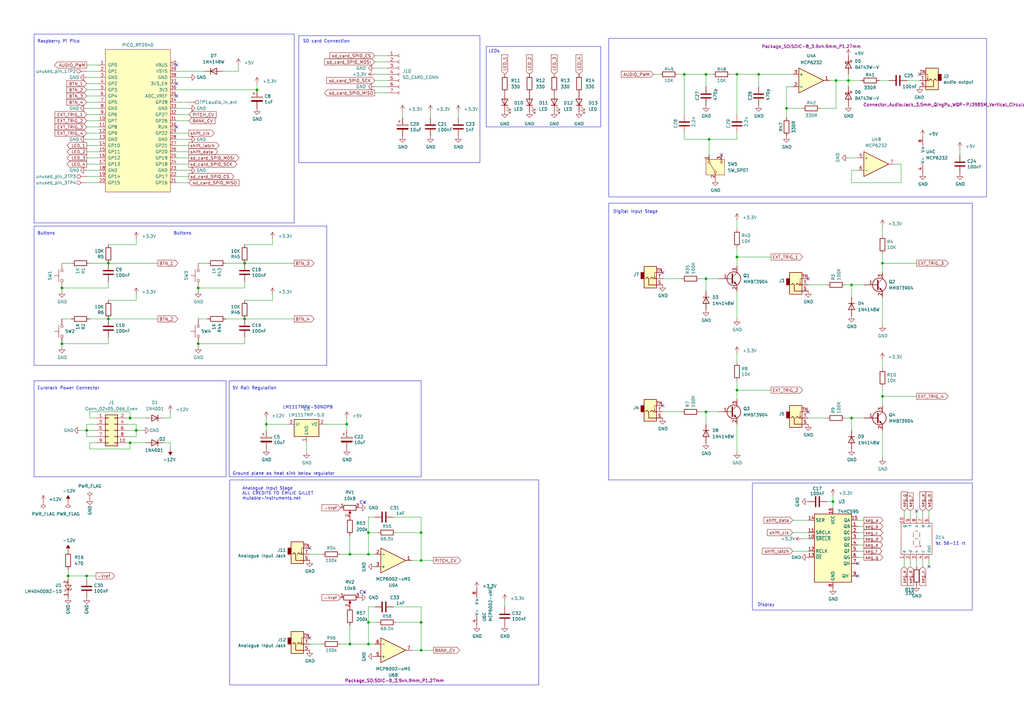
<source format=kicad_sch>
(kicad_sch (version 20231120) (generator "eeschema") (generator_version "8.0")
  (paper "A3")
  (title_block (title "Pi pico sample player") (date "2024-05-13") (rev "R00") (company "GOBLIN VISION") (comment 1 "Colin A.") (comment 2 "Donatien P.") (comment 3 "Andeol D."))
  (junction (at 35.56 176.53))
  (junction (at 172.72 255.27))
  (junction (at 302.26 105.41))
  (junction (at 289.56 30.48))
  (junction (at 143.51 264.16))
  (junction (at 151.13 218.44))
  (junction (at 151.13 255.27))
  (junction (at 44.45 130.81))
  (junction (at 100.33 130.81))
  (junction (at 280.67 30.48))
  (junction (at 44.45 107.95))
  (junction (at 109.22 173.99))
  (junction (at 302.26 160.02))
  (junction (at 151.13 264.16))
  (junction (at 302.26 30.48))
  (junction (at 347.98 33.02))
  (junction (at 25.4 140.97))
  (junction (at 342.9 33.02))
  (junction (at 349.25 171.45))
  (junction (at 25.4 118.11))
  (junction (at 27.94 236.22))
  (junction (at 53.34 181.61))
  (junction (at 151.13 227.33))
  (junction (at 143.51 227.33))
  (junction (at 289.56 114.3))
  (junction (at 53.34 171.45))
  (junction (at 311.15 30.48))
  (junction (at 322.58 44.45))
  (junction (at 290.83 57.15))
  (junction (at 81.28 118.11))
  (junction (at 81.28 140.97))
  (junction (at 100.33 107.95))
  (junction (at 172.72 266.7))
  (junction (at 142.24 173.99))
  (junction (at 55.88 176.53))
  (junction (at 361.95 107.95))
  (junction (at 289.56 168.91))
  (junction (at 172.72 229.87))
  (junction (at 361.95 162.56))
  (junction (at 172.72 218.44))
  (junction (at 349.25 116.84))
  (junction (at 35.56 236.22))
  (junction (at 341.63 205.74))
  (junction (at 105.41 36.83))
  (no_connect (at 331.47 168.91))
  (no_connect (at 72.39 52.07))
  (no_connect (at 351.79 236.22))
  (no_connect (at 127 224.79))
  (no_connect (at 295.91 63.5))
  (no_connect (at 331.47 114.3))
  (no_connect (at 351.79 231.14))
  (no_connect (at 127 261.62))
  (no_connect (at 72.39 34.29))
  (no_connect (at 271.78 111.76))
  (no_connect (at 72.39 26.67))
  (no_connect (at 381 232.41))
  (no_connect (at 271.78 166.37))
  (no_connect (at 72.39 39.37))
  (no_connect (at 377.19 30.48))
  (no_connect (at 375.92 209.55))
  (wire (pts (xy 100.33 130.81) (xy 120.65 130.81)))
  (wire (pts (xy 35.56 34.29) (xy 40.64 34.29)))
  (wire (pts (xy 370.84 232.41) (xy 370.84 229.87)))
  (wire (pts (xy 139.7 264.16) (xy 143.51 264.16)))
  (wire (pts (xy 40.64 29.21) (xy 35.56 29.21)))
  (wire (pts (xy 172.72 266.7) (xy 177.8 266.7)))
  (wire (pts (xy 172.72 255.27) (xy 172.72 266.7)))
  (wire (pts (xy 351.79 223.52) (xy 354.33 223.52)))
  (wire (pts (xy 311.15 30.48) (xy 311.15 35.56)))
  (wire (pts (xy 153.67 25.4) (xy 158.75 25.4)))
  (polyline (pts (xy 92.71 195.58) (xy 92.71 156.21)))
  (wire (pts (xy 143.51 264.16) (xy 151.13 264.16)))
  (wire (pts (xy 325.12 218.44) (xy 331.47 218.44)))
  (wire (pts (xy 373.38 212.09) (xy 373.38 209.55)))
  (wire (pts (xy 100.33 138.43) (xy 100.33 140.97)))
  (wire (pts (xy 44.45 130.81) (xy 64.77 130.81)))
  (wire (pts (xy 151.13 248.92) (xy 151.13 255.27)))
  (wire (pts (xy 151.13 218.44) (xy 151.13 227.33)))
  (wire (pts (xy 162.56 218.44) (xy 172.72 218.44)))
  (wire (pts (xy 341.63 205.74) (xy 339.09 205.74)))
  (wire (pts (xy 69.85 168.91) (xy 69.85 171.45)))
  (wire (pts (xy 290.83 57.15) (xy 290.83 63.5)))
  (wire (pts (xy 72.39 67.31) (xy 77.47 67.31)))
  (wire (pts (xy 109.22 176.53) (xy 109.22 173.99)))
  (polyline (pts (xy 13.97 149.86) (xy 74.93 149.86)))
  (wire (pts (xy 72.39 41.91) (xy 77.47 41.91)))
  (polyline (pts (xy 13.97 92.71) (xy 13.97 147.32)))
  (wire (pts (xy 279.4 168.91) (xy 271.78 168.91)))
  (wire (pts (xy 35.56 64.77) (xy 40.64 64.77)))
  (wire (pts (xy 77.47 57.15) (xy 72.39 57.15)))
  (wire (pts (xy 393.7 60.96) (xy 393.7 63.5)))
  (wire (pts (xy 77.47 44.45) (xy 72.39 44.45)))
  (wire (pts (xy 35.56 69.85) (xy 40.64 69.85)))
  (wire (pts (xy 44.45 100.33) (xy 55.88 100.33)))
  (wire (pts (xy 40.64 74.93) (xy 35.56 74.93)))
  (wire (pts (xy 35.56 236.22) (xy 35.56 237.49)))
  (wire (pts (xy 36.83 107.95) (xy 44.45 107.95)))
  (wire (pts (xy 341.63 205.74) (xy 341.63 208.28)))
  (polyline (pts (xy 120.65 13.97) (xy 120.65 91.44)))
  (wire (pts (xy 351.79 228.6) (xy 354.33 228.6)))
  (wire (pts (xy 53.34 171.45) (xy 52.07 171.45)))
  (wire (pts (xy 353.06 33.02) (xy 347.98 33.02)))
  (wire (pts (xy 27.94 233.68) (xy 27.94 236.22)))
  (wire (pts (xy 143.51 219.71) (xy 143.51 227.33)))
  (wire (pts (xy 35.56 173.99) (xy 35.56 176.53)))
  (wire (pts (xy 35.56 62.23) (xy 40.64 62.23)))
  (polyline (pts (xy 74.93 92.71) (xy 133.985 92.71)))
  (wire (pts (xy 35.56 46.99) (xy 40.64 46.99)))
  (wire (pts (xy 105.41 36.83) (xy 72.39 36.83)))
  (wire (pts (xy 289.56 35.56) (xy 289.56 30.48)))
  (wire (pts (xy 25.4 142.24) (xy 25.4 140.97)))
  (wire (pts (xy 153.67 35.56) (xy 158.75 35.56)))
  (wire (pts (xy 302.26 90.17) (xy 302.26 93.98)))
  (wire (pts (xy 72.39 72.39) (xy 77.47 72.39)))
  (wire (pts (xy 280.67 54.61) (xy 280.67 57.15)))
  (wire (pts (xy 172.72 218.44) (xy 172.72 229.87)))
  (wire (pts (xy 151.13 212.09) (xy 151.13 218.44)))
  (wire (pts (xy 290.83 57.15) (xy 302.26 57.15)))
  (wire (pts (xy 347.98 64.77) (xy 351.79 64.77)))
  (wire (pts (xy 111.76 120.65) (xy 111.76 123.19)))
  (wire (pts (xy 44.45 115.57) (xy 44.45 118.11)))
  (wire (pts (xy 72.39 54.61) (xy 77.47 54.61)))
  (wire (pts (xy 289.56 30.48) (xy 280.67 30.48)))
  (wire (pts (xy 44.45 138.43) (xy 44.45 140.97)))
  (wire (pts (xy 151.13 255.27) (xy 151.13 264.16)))
  (wire (pts (xy 299.72 30.48) (xy 302.26 30.48)))
  (wire (pts (xy 302.26 119.38) (xy 302.26 130.81)))
  (wire (pts (xy 92.71 130.81) (xy 100.33 130.81)))
  (polyline (pts (xy 13.97 91.44) (xy 13.97 13.97)))
  (wire (pts (xy 347.98 33.02) (xy 347.98 35.56)))
  (wire (pts (xy 143.51 227.33) (xy 151.13 227.33)))
  (wire (pts (xy 72.39 64.77) (xy 77.47 64.77)))
  (wire (pts (xy 207.01 246.38) (xy 207.01 248.92)))
  (wire (pts (xy 27.94 236.22) (xy 35.56 236.22)))
  (wire (pts (xy 53.34 171.45) (xy 53.34 168.91)))
  (wire (pts (xy 53.34 181.61) (xy 52.07 181.61)))
  (wire (pts (xy 154.94 218.44) (xy 151.13 218.44)))
  (wire (pts (xy 322.58 44.45) (xy 328.93 44.45)))
  (polyline (pts (xy 13.97 13.97) (xy 120.65 13.97)))
  (wire (pts (xy 44.45 123.19) (xy 55.88 123.19)))
  (wire (pts (xy 361.95 111.76) (xy 361.95 107.95)))
  (wire (pts (xy 302.26 173.99) (xy 302.26 185.42)))
  (wire (pts (xy 325.12 226.06) (xy 331.47 226.06)))
  (wire (pts (xy 342.9 33.02) (xy 340.36 33.02)))
  (wire (pts (xy 165.1 45.72) (xy 165.1 48.26)))
  (wire (pts (xy 142.24 176.53) (xy 142.24 173.99)))
  (wire (pts (xy 111.76 97.79) (xy 111.76 100.33)))
  (wire (pts (xy 127 264.16) (xy 132.08 264.16)))
  (wire (pts (xy 29.21 107.95) (xy 25.4 107.95)))
  (wire (pts (xy 69.85 184.15) (xy 69.85 181.61)))
  (wire (pts (xy 316.23 105.41) (xy 302.26 105.41)))
  (wire (pts (xy 35.56 39.37) (xy 40.64 39.37)))
  (wire (pts (xy 36.83 181.61) (xy 39.37 181.61)))
  (wire (pts (xy 154.94 255.27) (xy 151.13 255.27)))
  (wire (pts (xy 267.97 30.48) (xy 270.51 30.48)))
  (wire (pts (xy 44.45 107.95) (xy 64.77 107.95)))
  (wire (pts (xy 161.29 212.09) (xy 172.72 212.09)))
  (wire (pts (xy 36.83 130.81) (xy 44.45 130.81)))
  (wire (pts (xy 280.67 57.15) (xy 290.83 57.15)))
  (wire (pts (xy 287.02 168.91) (xy 289.56 168.91)))
  (wire (pts (xy 187.96 45.72) (xy 187.96 48.26)))
  (wire (pts (xy 162.56 255.27) (xy 172.72 255.27)))
  (wire (pts (xy 100.33 107.95) (xy 120.65 107.95)))
  (wire (pts (xy 85.09 130.81) (xy 81.28 130.81)))
  (wire (pts (xy 289.56 168.91) (xy 289.56 173.99)))
  (wire (pts (xy 100.33 115.57) (xy 100.33 118.11)))
  (wire (pts (xy 35.56 59.69) (xy 40.64 59.69)))
  (wire (pts (xy 378.46 212.09) (xy 378.46 209.55)))
  (wire (pts (xy 100.33 140.97) (xy 81.28 140.97)))
  (wire (pts (xy 349.25 69.85) (xy 349.25 74.93)))
  (wire (pts (xy 316.23 160.02) (xy 302.26 160.02)))
  (wire (pts (xy 35.56 52.07) (xy 40.64 52.07)))
  (wire (pts (xy 339.09 171.45) (xy 331.47 171.45)))
  (wire (pts (xy 72.39 29.21) (xy 83.82 29.21)))
  (wire (pts (xy 133.35 173.99) (xy 142.24 173.99)))
  (wire (pts (xy 151.13 227.33) (xy 153.67 227.33)))
  (wire (pts (xy 53.34 168.91) (xy 36.83 168.91)))
  (wire (pts (xy 302.26 109.22) (xy 302.26 105.41)))
  (wire (pts (xy 375.92 212.09) (xy 375.92 209.55)))
  (polyline (pts (xy 93.98 156.21) (xy 172.72 156.21)))
  (wire (pts (xy 322.58 35.56) (xy 322.58 44.45)))
  (wire (pts (xy 153.67 248.92) (xy 151.13 248.92)))
  (wire (pts (xy 360.68 33.02) (xy 364.49 33.02)))
  (wire (pts (xy 349.25 171.45) (xy 354.33 171.45)))
  (wire (pts (xy 361.95 176.53) (xy 361.95 187.96)))
  (wire (pts (xy 125.73 181.61) (xy 125.73 185.42)))
  (wire (pts (xy 55.88 176.53) (xy 55.88 179.07)))
  (wire (pts (xy 153.67 212.09) (xy 151.13 212.09)))
  (wire (pts (xy 44.45 140.97) (xy 25.4 140.97)))
  (wire (pts (xy 161.29 248.92) (xy 172.72 248.92)))
  (polyline (pts (xy 13.97 156.21) (xy 92.71 156.21)))
  (wire (pts (xy 375.92 107.95) (xy 361.95 107.95)))
  (wire (pts (xy 351.79 213.36) (xy 354.33 213.36)))
  (wire (pts (xy 35.56 26.67) (xy 40.64 26.67)))
  (wire (pts (xy 339.09 116.84) (xy 331.47 116.84)))
  (wire (pts (xy 302.26 105.41) (xy 302.26 101.6)))
  (wire (pts (xy 325.12 213.36) (xy 331.47 213.36)))
  (wire (pts (xy 36.83 184.15) (xy 36.83 181.61)))
  (wire (pts (xy 349.25 116.84) (xy 354.33 116.84)))
  (wire (pts (xy 278.13 30.48) (xy 280.67 30.48)))
  (polyline (pts (xy 120.65 91.44) (xy 13.97 91.44)))
  (wire (pts (xy 40.64 72.39) (xy 35.56 72.39)))
  (wire (pts (xy 59.69 171.45) (xy 53.34 171.45)))
  (wire (pts (xy 35.56 49.53) (xy 40.64 49.53)))
  (wire (pts (xy 328.93 220.98) (xy 331.47 220.98)))
  (wire (pts (xy 289.56 30.48) (xy 292.1 30.48)))
  (wire (pts (xy 67.31 171.45) (xy 69.85 171.45)))
  (wire (pts (xy 373.38 232.41) (xy 373.38 229.87)))
  (wire (pts (xy 347.98 30.48) (xy 347.98 33.02)))
  (wire (pts (xy 35.56 44.45) (xy 40.64 44.45)))
  (wire (pts (xy 302.26 160.02) (xy 302.26 156.21)))
  (wire (pts (xy 367.03 67.31) (xy 369.57 67.31)))
  (wire (pts (xy 29.21 130.81) (xy 25.4 130.81)))
  (wire (pts (xy 369.57 74.93) (xy 369.57 67.31)))
  (wire (pts (xy 153.67 30.48) (xy 158.75 30.48)))
  (polyline (pts (xy 93.98 195.58) (xy 172.72 195.58)))
  (wire (pts (xy 287.02 114.3) (xy 289.56 114.3)))
  (wire (pts (xy 35.56 236.22) (xy 39.37 236.22)))
  (wire (pts (xy 336.55 44.45) (xy 342.9 44.45)))
  (wire (pts (xy 44.45 118.11) (xy 25.4 118.11)))
  (wire (pts (xy 100.33 100.33) (xy 111.76 100.33)))
  (wire (pts (xy 351.79 226.06) (xy 354.33 226.06)))
  (wire (pts (xy 351.79 215.9) (xy 354.33 215.9)))
  (wire (pts (xy 55.88 176.53) (xy 52.07 176.53)))
  (wire (pts (xy 311.15 30.48) (xy 302.26 30.48)))
  (polyline (pts (xy 74.93 92.71) (xy 13.97 92.71)))
  (wire (pts (xy 55.88 173.99) (xy 52.07 173.99)))
  (wire (pts (xy 142.24 171.45) (xy 142.24 173.99)))
  (wire (pts (xy 172.72 229.87) (xy 168.91 229.87)))
  (wire (pts (xy 36.83 168.91) (xy 36.83 171.45)))
  (wire (pts (xy 153.67 38.1) (xy 158.75 38.1)))
  (wire (pts (xy 153.67 33.02) (xy 158.75 33.02)))
  (wire (pts (xy 81.28 142.24) (xy 81.28 140.97)))
  (wire (pts (xy 55.88 120.65) (xy 55.88 123.19)))
  (wire (pts (xy 289.56 114.3) (xy 289.56 119.38)))
  (wire (pts (xy 35.56 31.75) (xy 40.64 31.75)))
  (wire (pts (xy 322.58 48.26) (xy 322.58 44.45)))
  (wire (pts (xy 53.34 184.15) (xy 36.83 184.15)))
  (wire (pts (xy 280.67 30.48) (xy 280.67 46.99)))
  (wire (pts (xy 153.67 27.94) (xy 158.75 27.94)))
  (wire (pts (xy 72.39 74.93) (xy 77.47 74.93)))
  (wire (pts (xy 105.41 34.29) (xy 105.41 36.83)))
  (wire (pts (xy 85.09 107.95) (xy 81.28 107.95)))
  (wire (pts (xy 302.26 144.78) (xy 302.26 148.59)))
  (wire (pts (xy 35.56 179.07) (xy 39.37 179.07)))
  (wire (pts (xy 27.94 236.22) (xy 27.94 237.49)))
  (wire (pts (xy 361.95 162.56) (xy 361.95 158.75)))
  (wire (pts (xy 35.56 173.99) (xy 39.37 173.99)))
  (wire (pts (xy 361.95 166.37) (xy 361.95 162.56)))
  (wire (pts (xy 349.25 74.93) (xy 369.57 74.93)))
  (wire (pts (xy 342.9 33.02) (xy 347.98 33.02)))
  (polyline (pts (xy 13.97 147.32) (xy 13.97 149.86)))
  (wire (pts (xy 97.79 26.67) (xy 97.79 29.21)))
  (wire (pts (xy 77.47 31.75) (xy 72.39 31.75)))
  (wire (pts (xy 97.79 29.21) (xy 91.44 29.21)))
  (wire (pts (xy 35.56 67.31) (xy 40.64 67.31)))
  (wire (pts (xy 72.39 46.99) (xy 77.47 46.99)))
  (wire (pts (xy 35.56 176.53) (xy 35.56 179.07)))
  (wire (pts (xy 325.12 30.48) (xy 311.15 30.48)))
  (wire (pts (xy 351.79 218.44) (xy 354.33 218.44)))
  (wire (pts (xy 172.72 212.09) (xy 172.72 218.44)))
  (wire (pts (xy 100.33 118.11) (xy 81.28 118.11)))
  (wire (pts (xy 100.33 123.19) (xy 111.76 123.19)))
  (wire (pts (xy 92.71 107.95) (xy 100.33 107.95)))
  (wire (pts (xy 302.26 30.48) (xy 302.26 46.99)))
  (polyline (pts (xy 13.97 195.58) (xy 92.71 195.58)))
  (wire (pts (xy 72.39 49.53) (xy 77.47 49.53)))
  (wire (pts (xy 289.56 168.91) (xy 294.64 168.91)))
  (wire (pts (xy 35.56 57.15) (xy 40.64 57.15)))
  (wire (pts (xy 346.71 171.45) (xy 349.25 171.45)))
  (wire (pts (xy 139.7 227.33) (xy 143.51 227.33)))
  (wire (pts (xy 72.39 69.85) (xy 77.47 69.85)))
  (wire (pts (xy 381 212.09) (xy 381 209.55)))
  (wire (pts (xy 361.95 92.71) (xy 361.95 96.52)))
  (wire (pts (xy 302.26 163.83) (xy 302.26 160.02)))
  (wire (pts (xy 378.46 232.41) (xy 378.46 229.87)))
  (wire (pts (xy 361.95 147.32) (xy 361.95 151.13)))
  (wire (pts (xy 172.72 248.92) (xy 172.72 255.27)))
  (wire (pts (xy 381 232.41) (xy 381 229.87)))
  (polyline (pts (xy 133.985 149.86) (xy 133.985 101.6)))
  (wire (pts (xy 55.88 179.07) (xy 52.07 179.07)))
  (wire (pts (xy 72.39 62.23) (xy 77.47 62.23)))
  (wire (pts (xy 109.22 171.45) (xy 109.22 173.99)))
  (wire (pts (xy 289.56 114.3) (xy 294.64 114.3)))
  (wire (pts (xy 176.53 45.72) (xy 176.53 48.26)))
  (wire (pts (xy 35.56 54.61) (xy 40.64 54.61)))
  (wire (pts (xy 351.79 220.98) (xy 354.33 220.98)))
  (wire (pts (xy 36.83 171.45) (xy 39.37 171.45)))
  (wire (pts (xy 58.42 176.53) (xy 55.88 176.53)))
  (wire (pts (xy 109.22 173.99) (xy 118.11 173.99)))
  (wire (pts (xy 302.26 57.15) (xy 302.26 54.61)))
  (polyline (pts (xy 93.98 156.21) (xy 93.98 195.58)))
  (wire (pts (xy 59.69 181.61) (xy 53.34 181.61)))
  (wire (pts (xy 35.56 41.91) (xy 40.64 41.91)))
  (polyline (pts (xy 74.93 149.86) (xy 133.985 149.86)))
  (wire (pts (xy 55.88 173.99) (xy 55.88 176.53)))
  (wire (pts (xy 351.79 69.85) (xy 349.25 69.85)))
  (wire (pts (xy 172.72 266.7) (xy 168.91 266.7)))
  (polyline (pts (xy 13.97 156.21) (xy 13.97 195.58)))
  (wire (pts (xy 53.34 181.61) (xy 53.34 184.15)))
  (wire (pts (xy 67.31 181.61) (xy 69.85 181.61)))
  (wire (pts (xy 346.71 116.84) (xy 349.25 116.84)))
  (wire (pts (xy 341.63 203.2) (xy 341.63 205.74)))
  (wire (pts (xy 35.56 176.53) (xy 39.37 176.53)))
  (wire (pts (xy 127 227.33) (xy 132.08 227.33)))
  (wire (pts (xy 81.28 119.38) (xy 81.28 118.11)))
  (wire (pts (xy 375.92 232.41) (xy 375.92 229.87)))
  (wire (pts (xy 375.92 162.56) (xy 361.95 162.56)))
  (wire (pts (xy 151.13 264.16) (xy 153.67 264.16)))
  (wire (pts (xy 279.4 114.3) (xy 271.78 114.3)))
  (wire (pts (xy 72.39 59.69) (xy 77.47 59.69)))
  (wire (pts (xy 377.19 33.02) (xy 372.11 33.02)))
  (wire (pts (xy 349.25 116.84) (xy 349.25 121.92)))
  (wire (pts (xy 143.51 256.54) (xy 143.51 264.16)))
  (wire (pts (xy 25.4 119.38) (xy 25.4 118.11)))
  (wire (pts (xy 361.95 107.95) (xy 361.95 104.14)))
  (wire (pts (xy 55.88 97.79) (xy 55.88 100.33)))
  (wire (pts (xy 361.95 121.92) (xy 361.95 133.35)))
  (wire (pts (xy 172.72 229.87) (xy 177.8 229.87)))
  (wire (pts (xy 325.12 35.56) (xy 322.58 35.56)))
  (wire (pts (xy 33.02 176.53) (xy 35.56 176.53)))
  (polyline (pts (xy 172.72 195.58) (xy 172.72 156.21)))
  (wire (pts (xy 153.67 22.86) (xy 158.75 22.86)))
  (wire (pts (xy 342.9 44.45) (xy 342.9 33.02)))
  (wire (pts (xy 370.84 212.09) (xy 370.84 209.55)))
  (wire (pts (xy 349.25 171.45) (xy 349.25 176.53)))
  (wire (pts (xy 35.56 36.83) (xy 40.64 36.83)))
  (polyline (pts (xy 133.985 92.71) (xy 133.985 101.6)))
  (rectangle (start 199.39 19.05) (end 246.38 52.07))
  (rectangle (start 249.682 83.312) (end 398.78 196.85))
  (rectangle (start 94.234 196.85) (end 220.98 280.924))
  (rectangle (start 308.61 198.12) (end 398.78 250.19))
  (rectangle (start 122.555 14.605) (end 196.85 66.675))
  (rectangle (start 249.682 15.748) (end 404.622 80.772))
  (text "Buttons" (at 71.12 96.52 0) (effects (font (size 1.27 1.27)) (justify left bottom)))
  (text "sc 56-11 rt" (at 389.89 223.012 0) (effects (font (size 1.27 1.27))))
  (text "Raspberry Pi Pico" (at 15.24 17.78 0) (effects (font (size 1.27 1.27)) (justify left bottom)))
  (text "LEDs" (at 202.692 21.082 0) (effects (font (size 1.27 1.27))))
  (text "Analogue Input Stage\nALL CREDITS TO ÉMILIE GILLET\nmutable-instruments.net" (at 99.314 205.232 0) (effects (font (size 1.27 1.27)) (justify left bottom)))
  (text "CW" (at 148.844 206.248 0) (effects (font (size 1.27 1.27))))
  (text "CW" (at 148.844 243.078 0) (effects (font (size 1.27 1.27))))
  (text "Buttons" (at 15.24 96.52 0) (effects (font (size 1.27 1.27)) (justify left bottom)))
  (text "5V Rail Regulation" (at 95.25 160.02 0) (effects (font (size 1.27 1.27)) (justify left bottom)))
  (text "Eurorack Power Connector" (at 15.24 160.02 0) (effects (font (size 1.27 1.27)) (justify left bottom)))
  (text "Display" (at 314.198 248.158 0) (effects (font (size 1.27 1.27))))
  (text "Ground plane as heat sink below regulator\n" (at 116.332 194.31 0) (effects (font (size 1.27 1.27))))
  (text "LM1117MPX-50NOPB" (at 126.238 167.132 0) (effects (font (size 1.27 1.27))))
  (text "SD card Connection" (at 133.858 17.018 0) (effects (font (size 1.27 1.27))))
  (text "Digital Input Stage\n" (at 251.46 87.63 0) (effects (font (size 1.27 1.27)) (justify left bottom)))
  (global_label "seg_a" (shape input) (at 378.46 209.55 90) (property "Intersheetrefs" "${INTERSHEET_REFS}" (effects (hide yes))))
  (global_label "LED_3" (shape output) (at 35.56 64.77 180) (property "Intersheetrefs" "${INTERSHEET_REFS}" (effects (hide yes))))
  (global_label "LED_4" (shape output) (at 35.56 67.31 180) (property "Intersheetrefs" "${INTERSHEET_REFS}" (effects (hide yes))))
  (global_label "seg_e" (shape output) (at 354.33 223.52 0) (property "Intersheetrefs" "${INTERSHEET_REFS}" (effects (hide yes))))
  (global_label "EXT_TRIG_4" (shape output) (at 375.92 162.56 0) (property "Intersheetrefs" "${INTERSHEET_REFS}" (effects (hide yes))))
  (global_label "sd_card_SPI0_MISO" (shape input) (at 77.47 74.93 0) (property "Intersheetrefs" "${INTERSHEET_REFS}" (effects (hide yes))))
  (global_label "sd_card_SPI0_CS" (shape input) (at 153.67 22.86 180) (property "Intersheetrefs" "${INTERSHEET_REFS}" (effects (hide yes))))
  (global_label "BTN_2" (shape output) (at 64.77 130.81 0) (property "Intersheetrefs" "${INTERSHEET_REFS}" (effects (hide yes))))
  (global_label "seg_d" (shape input) (at 373.38 232.41 270) (property "Intersheetrefs" "${INTERSHEET_REFS}" (effects (hide yes))))
  (global_label "BANK_CV" (shape output) (at 177.8 266.7 0) (property "Intersheetrefs" "${INTERSHEET_REFS}" (effects (hide yes))))
  (global_label "EXT_TRIG_3" (shape input) (at 35.56 52.07 180) (property "Intersheetrefs" "${INTERSHEET_REFS}" (effects (hide yes))))
  (global_label "-Vref" (shape input) (at 139.7 245.11 180) (property "Intersheetrefs" "${INTERSHEET_REFS}" (effects (hide yes))))
  (global_label "seg_f" (shape input) (at 373.38 209.55 90) (property "Intersheetrefs" "${INTERSHEET_REFS}" (effects (hide yes))))
  (global_label "shift_latch" (shape output) (at 77.47 59.69 0) (property "Intersheetrefs" "${INTERSHEET_REFS}" (effects (hide yes))))
  (global_label "LED_2" (shape output) (at 35.56 62.23 180) (property "Intersheetrefs" "${INTERSHEET_REFS}" (effects (hide yes))))
  (global_label "seg_b" (shape output) (at 354.33 215.9 0) (property "Intersheetrefs" "${INTERSHEET_REFS}" (effects (hide yes))))
  (global_label "BTN_4" (shape input) (at 35.56 41.91 180) (property "Intersheetrefs" "${INTERSHEET_REFS}" (effects (hide yes))))
  (global_label "seg_c" (shape output) (at 354.33 218.44 0) (property "Intersheetrefs" "${INTERSHEET_REFS}" (effects (hide yes))))
  (global_label "shift_data" (shape output) (at 77.47 62.23 0) (property "Intersheetrefs" "${INTERSHEET_REFS}" (effects (hide yes))))
  (global_label "sd_card_SPI0_MOSI" (shape input) (at 153.67 25.4 180) (property "Intersheetrefs" "${INTERSHEET_REFS}" (effects (hide yes))))
  (global_label "LED_4" (shape input) (at 237.49 30.48 90) (property "Intersheetrefs" "${INTERSHEET_REFS}" (effects (hide yes))))
  (global_label "shift_data" (shape input) (at 325.12 213.36 180) (property "Intersheetrefs" "${INTERSHEET_REFS}" (effects (hide yes))))
  (global_label "sd_card_SPI0_SCK" (shape output) (at 77.47 67.31 0) (property "Intersheetrefs" "${INTERSHEET_REFS}" (effects (hide yes))))
  (global_label "seg_g" (shape input) (at 370.84 209.55 90) (property "Intersheetrefs" "${INTERSHEET_REFS}" (effects (hide yes))))
  (global_label "PITCH_CV" (shape output) (at 177.8 229.87 0) (property "Intersheetrefs" "${INTERSHEET_REFS}" (effects (hide yes))))
  (global_label "EXT_TRIG_3" (shape output) (at 375.92 107.95 0) (property "Intersheetrefs" "${INTERSHEET_REFS}" (effects (hide yes))))
  (global_label "seg_b" (shape input) (at 381 209.55 90) (property "Intersheetrefs" "${INTERSHEET_REFS}" (effects (hide yes))))
  (global_label "LED_1" (shape output) (at 35.56 59.69 180) (property "Intersheetrefs" "${INTERSHEET_REFS}" (effects (hide yes))))
  (global_label "EXT_TRIG_2" (shape output) (at 316.23 160.02 0) (property "Intersheetrefs" "${INTERSHEET_REFS}" (effects (hide yes))))
  (global_label "BTN_3" (shape output) (at 120.65 107.95 0) (property "Intersheetrefs" "${INTERSHEET_REFS}" (effects (hide yes))))
  (global_label "shift_clk" (shape output) (at 77.47 54.61 0) (property "Intersheetrefs" "${INTERSHEET_REFS}" (effects (hide yes))))
  (global_label "LED_2" (shape input) (at 217.17 30.48 90) (property "Intersheetrefs" "${INTERSHEET_REFS}" (effects (hide yes))))
  (global_label "PITCH_CV" (shape input) (at 77.47 46.99 0) (property "Intersheetrefs" "${INTERSHEET_REFS}" (effects (hide yes))))
  (global_label "BTN_2" (shape input) (at 35.56 36.83 180) (property "Intersheetrefs" "${INTERSHEET_REFS}" (effects (hide yes))))
  (global_label "AUDIO_PWM" (shape output) (at 35.56 26.67 180) (property "Intersheetrefs" "${INTERSHEET_REFS}" (effects (hide yes))))
  (global_label "-Vref" (shape output) (at 39.37 236.22 0) (property "Intersheetrefs" "${INTERSHEET_REFS}" (effects (hide yes))))
  (global_label "shift_latch" (shape input) (at 325.12 226.06 180) (property "Intersheetrefs" "${INTERSHEET_REFS}" (effects (hide yes))))
  (global_label "BANK_CV" (shape input) (at 77.47 49.53 0) (property "Intersheetrefs" "${INTERSHEET_REFS}" (effects (hide yes))))
  (global_label "BTN_1" (shape input) (at 35.56 34.29 180) (property "Intersheetrefs" "${INTERSHEET_REFS}" (effects (hide yes))))
  (global_label "EXT_TRIG_2" (shape input) (at 35.56 49.53 180) (property "Intersheetrefs" "${INTERSHEET_REFS}" (effects (hide yes))))
  (global_label "sd_card_SPI0_SCK" (shape input) (at 153.67 33.02 180) (property "Intersheetrefs" "${INTERSHEET_REFS}" (effects (hide yes))))
  (global_label "EXT_TRIG_1" (shape output) (at 316.23 105.41 0) (property "Intersheetrefs" "${INTERSHEET_REFS}" (effects (hide yes))))
  (global_label "AUDIO_PWM" (shape input) (at 267.97 30.48 180) (property "Intersheetrefs" "${INTERSHEET_REFS}" (effects (hide yes))))
  (global_label "seg_c" (shape input) (at 378.46 232.41 270) (property "Intersheetrefs" "${INTERSHEET_REFS}" (effects (hide yes))))
  (global_label "shift_clk" (shape input) (at 325.12 218.44 180) (property "Intersheetrefs" "${INTERSHEET_REFS}" (effects (hide yes))))
  (global_label "seg_a" (shape output) (at 354.33 213.36 0) (property "Intersheetrefs" "${INTERSHEET_REFS}" (effects (hide yes))))
  (global_label "BTN_4" (shape output) (at 120.65 130.81 0) (property "Intersheetrefs" "${INTERSHEET_REFS}" (effects (hide yes))))
  (global_label "seg_f" (shape output) (at 354.33 226.06 0) (property "Intersheetrefs" "${INTERSHEET_REFS}" (effects (hide yes))))
  (global_label "sd_card_SPI0_CS" (shape output) (at 77.47 72.39 0) (property "Intersheetrefs" "${INTERSHEET_REFS}" (effects (hide yes))))
  (global_label "BTN_3" (shape input) (at 35.56 39.37 180) (property "Intersheetrefs" "${INTERSHEET_REFS}" (effects (hide yes))))
  (global_label "seg_d" (shape output) (at 354.33 220.98 0) (property "Intersheetrefs" "${INTERSHEET_REFS}" (effects (hide yes))))
  (global_label "seg_g" (shape output) (at 354.33 228.6 0) (property "Intersheetrefs" "${INTERSHEET_REFS}" (effects (hide yes))))
  (global_label "sd_card_SPI0_MISO" (shape output) (at 153.67 38.1 180) (property "Intersheetrefs" "${INTERSHEET_REFS}" (effects (hide yes))))
  (global_label "EXT_TRIG_4" (shape input) (at 35.56 54.61 180) (property "Intersheetrefs" "${INTERSHEET_REFS}" (effects (hide yes))))
  (global_label "seg_e" (shape input) (at 370.84 232.41 270) (property "Intersheetrefs" "${INTERSHEET_REFS}" (effects (hide yes))))
  (global_label "EXT_TRIG_1" (shape input) (at 35.56 46.99 180) (property "Intersheetrefs" "${INTERSHEET_REFS}" (effects (hide yes))))
  (global_label "sd_card_SPI0_MOSI" (shape output) (at 77.47 64.77 0) (property "Intersheetrefs" "${INTERSHEET_REFS}" (effects (hide yes))))
  (global_label "-Vref" (shape input) (at 139.7 208.28 180) (property "Intersheetrefs" "${INTERSHEET_REFS}" (effects (hide yes))))
  (global_label "LED_1" (shape input) (at 207.01 30.48 90) (property "Intersheetrefs" "${INTERSHEET_REFS}" (effects (hide yes))))
  (global_label "LED_3" (shape input) (at 227.33 30.48 90) (property "Intersheetrefs" "${INTERSHEET_REFS}" (effects (hide yes))))
  (global_label "BTN_1" (shape output) (at 64.77 107.95 0) (property "Intersheetrefs" "${INTERSHEET_REFS}" (effects (hide yes))))
  (symbol (lib_id "Device:C") (at 289.56 39.37 180) (unit 1)
    (property "Reference" "C27" (at 286.004 37.338 90) (effects (justify left)))
    (property "Value" "470p" (at 293.37 36.322 90) (effects (justify left)))
    (property "Footprint" "Capacitor_SMD:C_0805_2012Metric_Pad1.18x1.45mm_HandSolder" (effects (hide yes)))
  )
  (symbol (lib_id "Device:R") (at 361.95 154.94 0) (unit 1)
    (property "Reference" "R10" (at 363.728 153.7716 0) (effects (justify left)))
    (property "Value" "10K" (at 363.728 156.083 0) (effects (justify left)))
    (property "Footprint" "Resistor_SMD:R_0805_2012Metric_Pad1.20x1.40mm_HandSolder" (effects (hide yes)))
  )
  (symbol (lib_name "SW_Push_1") (lib_id "Switch:SW_Push") (at 81.28 135.89 90) (unit 1)
    (property "Reference" "SW4" (at 82.4992 135.89 90) (effects (justify right)))
    (property "Value" "SW_Push" (effects (hide yes)))
    (property "Footprint" "DIP_SWITCH:TSA12110" (effects (hide yes)))
  )
  (symbol (lib_name "GND_2") (lib_id "power:GND") (at 237.49 45.72 0) (unit 1)
    (property "Reference" "#PWR023" (effects (hide yes)))
    (property "Value" "GND" (at 237.49 50.8 0))
    (property "Description" "Power symbol creates a global label with name \"GND\" , ground" (effects (hide yes)))
  )
  (symbol (lib_id "power:GND") (at 81.28 119.38 0) (unit 1)
    (property "Reference" "#PWR030" (effects (hide yes)))
    (property "Value" "GND" (at 81.407 123.7742 0))
  )
  (symbol (lib_id "power:GND") (at 125.73 185.42 0) (unit 1)
    (property "Reference" "#PWR06" (effects (hide yes)))
    (property "Value" "GND" (at 125.857 189.8142 0))
  )
  (symbol (lib_name "GND_1") (lib_id "power:GND") (at 147.32 208.28 90) (unit 1)
    (property "Reference" "#PWR058" (effects (hide yes)))
    (property "Value" "GND" (at 151.13 208.2799 90) (effects (justify right)))
    (property "Description" "Power symbol creates a global label with name \"GND\" , ground" (effects (hide yes)))
  )
  (symbol (lib_id "Device:R") (at 33.02 107.95 270) (unit 1)
    (property "Reference" "R1" (at 34.1884 109.728 0) (effects (justify left)))
    (property "Value" "1K" (at 31.877 109.728 0) (effects (justify left)))
    (property "Footprint" "Resistor_SMD:R_0805_2012Metric_Pad1.20x1.40mm_HandSolder" (effects (hide yes)))
  )
  (symbol (lib_id "Device:LED") (at 207.01 41.91 90) (unit 1)
    (property "Reference" "D10" (at 210.82 42.2274 90) (effects (justify right)))
    (property "Value" "LED" (at 210.82 44.7674 90) (effects (justify right)))
    (property "Footprint" "LED_THT:LED_D5.0mm" (effects (hide yes)))
    (property "Description" "Light emitting diode" (effects (hide yes)))
  )
  (symbol (lib_id "power:GND") (at 377.19 35.56 0) (mirror y) (unit 1)
    (property "Reference" "#PWR013" (effects (hide yes)))
    (property "Value" "GND" (at 377.063 39.9542 0))
  )
  (symbol (lib_id "power:GND") (at 165.1 55.88 0) (unit 1)
    (property "Reference" "#PWR033" (effects (hide yes)))
    (property "Value" "GND" (at 165.227 60.2742 0))
  )
  (symbol (lib_id "Device:R_Potentiometer") (at 143.51 245.11 90) (mirror x) (unit 1)
    (property "Reference" "RV2" (at 143.51 238.76 90))
    (property "Value" "10kB" (at 143.51 241.3 90))
    (property "Footprint" "Potentiometer_THT:Potentiometer_Alps_RK09K_Single_Vertical" (effects (hide yes)))
    (property "Description" "Potentiometer" (effects (hide yes)))
  )
  (symbol (lib_id "power:GND") (at 375.92 240.03 0) (unit 1)
    (property "Reference" "#PWR050" (effects (hide yes)))
    (property "Value" "GND" (at 376.047 244.4242 0))
  )
  (symbol (lib_id "text:TEXT") (at 328.93 220.98 90) (unit 1)
    (property "Reference" "Reference19" (effects (hide yes)))
    (property "Value" "+3.3V" (at 326.136 220.98 90) (effects (justify left)))
  )
  (symbol (lib_id "power:-12V") (at 27.94 226.06 0) (unit 1)
    (property "Reference" "#PWR066" (effects (hide yes)))
    (property "Value" "-12V" (at 28.321 221.6658 0))
  )
  (symbol (lib_id "power:GND") (at 289.56 181.61 0) (unit 1)
    (property "Reference" "#PWR015" (effects (hide yes)))
    (property "Value" "GND" (at 289.687 186.0042 0))
  )
  (symbol (lib_id "Device:R") (at 283.21 114.3 90) (unit 1)
    (property "Reference" "R35" (at 282.0416 112.522 0) (effects (justify left)))
    (property "Value" "100K" (at 284.353 112.522 0) (effects (justify left)))
    (property "Footprint" "Resistor_SMD:R_0805_2012Metric_Pad1.20x1.40mm_HandSolder" (effects (hide yes)))
  )
  (symbol (lib_id "Device:R") (at 33.02 130.81 270) (unit 1)
    (property "Reference" "R2" (at 34.1884 132.588 0) (effects (justify left)))
    (property "Value" "1K" (at 31.877 132.588 0) (effects (justify left)))
    (property "Footprint" "Resistor_SMD:R_0805_2012Metric_Pad1.20x1.40mm_HandSolder" (effects (hide yes)))
  )
  (symbol (lib_id "power:GND") (at 153.67 232.41 270) (unit 1)
    (property "Reference" "#PWR057" (effects (hide yes)))
    (property "Value" "GND" (at 149.2758 232.537 0))
  )
  (symbol (lib_id "power:GND") (at 289.56 43.18 0) (unit 1)
    (property "Reference" "#PWR041" (effects (hide yes)))
    (property "Value" "GND" (at 289.687 47.5742 0))
  )
  (symbol (lib_id "Diode:1N4148W") (at 289.56 177.8 270) (unit 1)
    (property "Reference" "D8" (at 292.1 176.5299 90) (effects (justify left)))
    (property "Value" "1N4148W" (at 292.1 179.0699 90) (effects (justify left)))
    (property "Footprint" "Diode_SMD:D_SOD-123" (effects (hide yes)))
    (property "Datasheet" "https://www.vishay.com/docs/85748/1n4148w.pdf" (effects (hide yes)))
    (property "Description" "75V 0.15A Fast Switching Diode, SOD-123" (effects (hide yes)))
    (property "Sim.Device" "D" (effects (hide yes)))
    (property "Sim.Pins" "1=K 2=A" (effects (hide yes)))
  )
  (symbol (lib_id "Amplifier_Operational:TL072") (at 381 63.5 0) (unit 3)
    (property "Reference" "U4" (at 379.73 62.2299 0) (effects (justify left)))
    (property "Value" "MCP6232" (at 379.73 64.7699 0) (effects (justify left)))
    (property "Footprint" "Package_SO:SOIC-8_3.9x4.9mm_P1.27mm" (effects (hide yes)))
    (property "Datasheet" "http://www.ti.com/lit/ds/symlink/tl071.pdf" (effects (hide yes)))
    (property "Description" "Dual Low-Noise JFET-Input Operational Amplifiers, DIP-8/SOIC-8" (effects (hide yes)))
  )
  (symbol (lib_id "text:TEXT") (at 361.95 147.32 0) (unit 1)
    (property "Reference" "Reference6" (effects (hide yes)))
    (property "Value" "+3.3V" (at 364.1852 146.3802 0) (effects (justify left)))
  )
  (symbol (lib_id "text:TEXT") (at 176.53 45.72 0) (unit 1)
    (property "Reference" "Reference22" (effects (hide yes)))
    (property "Value" "+3.3V" (at 178.7652 44.7802 0) (effects (justify left)))
  )
  (symbol (lib_id "Device:R") (at 100.33 104.14 180) (unit 1)
    (property "Reference" "R45" (at 98.552 105.3084 0) (effects (justify left)))
    (property "Value" "10K" (at 98.552 102.997 0) (effects (justify left)))
    (property "Footprint" "Resistor_SMD:R_0805_2012Metric_Pad1.20x1.40mm_HandSolder" (effects (hide yes)))
  )
  (symbol (lib_id "Device:C") (at 335.28 205.74 270) (unit 1)
    (property "Reference" "C17" (at 333.248 200.406 90) (effects (justify left)))
    (property "Value" "100nF" (at 332.232 202.438 90) (effects (justify left)))
    (property "Footprint" "Capacitor_SMD:C_0805_2012Metric_Pad1.18x1.45mm_HandSolder" (effects (hide yes)))
  )
  (symbol (lib_id "power:GND") (at 142.24 184.15 0) (unit 1)
    (property "Reference" "#PWR052" (effects (hide yes)))
    (property "Value" "GND" (at 142.367 188.5442 0))
  )
  (symbol (lib_id "Device:C") (at 187.96 52.07 0) (unit 1)
    (property "Reference" "C23" (at 190.881 50.9016 0) (effects (justify left)))
    (property "Value" "1nF" (at 190.881 53.213 0) (effects (justify left)))
    (property "Footprint" "Capacitor_SMD:C_0805_2012Metric_Pad1.18x1.45mm_HandSolder" (effects (hide yes)))
  )
  (symbol (lib_id "Diode:1N4148W") (at 349.25 125.73 270) (unit 1)
    (property "Reference" "D4" (at 351.79 124.4599 90) (effects (justify left)))
    (property "Value" "1N4148W" (at 351.79 126.9999 90) (effects (justify left)))
    (property "Footprint" "Diode_SMD:D_SOD-123" (effects (hide yes)))
    (property "Datasheet" "https://www.vishay.com/docs/85748/1n4148w.pdf" (effects (hide yes)))
    (property "Description" "75V 0.15A Fast Switching Diode, SOD-123" (effects (hide yes)))
    (property "Sim.Device" "D" (effects (hide yes)))
    (property "Sim.Pins" "1=K 2=A" (effects (hide yes)))
  )
  (symbol (lib_id "74xx:74HC595") (at 341.63 223.52 0) (unit 1)
    (property "Reference" "U3" (at 343.8241 205.74 0) (effects (justify left)))
    (property "Value" "74HC595" (at 343.408 209.804 0) (effects (justify left)))
    (property "Footprint" "Package_SO:SO-16_3.9x9.9mm_P1.27mm" (effects (hide yes)))
    (property "Datasheet" "http://www.ti.com/lit/ds/symlink/sn74hc595.pdf" (effects (hide yes)))
    (property "Description" "8-bit serial in/out Shift Register 3-State Outputs" (effects (hide yes)))
  )
  (symbol (lib_id "Device:R") (at 342.9 116.84 90) (unit 1)
    (property "Reference" "R3" (at 341.7316 115.062 0) (effects (justify left)))
    (property "Value" "100K" (at 344.043 115.062 0) (effects (justify left)))
    (property "Footprint" "Resistor_SMD:R_0805_2012Metric_Pad1.20x1.40mm_HandSolder" (effects (hide yes)))
  )
  (symbol (lib_id "Device:R") (at 158.75 218.44 90) (unit 1)
    (property "Reference" "R55" (at 158.75 215.9 90))
    (property "Value" "66.5k" (at 158.75 220.98 90))
    (property "Footprint" "Resistor_SMD:R_0805_2012Metric_Pad1.20x1.40mm_HandSolder" (effects (hide yes)))
    (property "Description" "Resistor" (effects (hide yes)))
  )
  (symbol (lib_id "Device:C") (at 176.53 52.07 0) (unit 1)
    (property "Reference" "C21" (at 179.451 50.9016 0) (effects (justify left)))
    (property "Value" "100nF" (at 179.451 53.213 0) (effects (justify left)))
    (property "Footprint" "Capacitor_SMD:C_0805_2012Metric_Pad1.18x1.45mm_HandSolder" (effects (hide yes)))
  )
  (symbol (lib_id "Connector:AudioJack2_SwitchT") (at 326.39 171.45 0) (mirror x) (unit 1)
    (property "Reference" "J5" (at 321.818 169.7482 0) (effects (justify right)))
    (property "Value" "Digital Input Jack" (effects (hide yes)))
    (property "Footprint" "Connector_Audio:Jack_3.5mm_QingPu_WQP-PJ398SM_Vertical_CircularHoles" (effects (hide yes)))
  )
  (symbol (lib_id "power:-12V") (at 27.94 205.74 0) (unit 1)
    (property "Reference" "#PWR01" (effects (hide yes)))
    (property "Value" "-12V" (at 28.321 201.3458 0))
  )
  (symbol (lib_id "Device:C") (at 35.56 241.3 0) (unit 1)
    (property "Reference" "C30" (at 38.481 240.1316 0) (effects (justify left)))
    (property "Value" "100nF" (at 38.481 242.443 0) (effects (justify left)))
    (property "Footprint" "Capacitor_SMD:C_0805_2012Metric_Pad1.18x1.45mm_HandSolder" (effects (hide yes)))
  )
  (symbol (lib_id "text:TEXT") (at 393.7 60.96 0) (unit 1)
    (property "Reference" "Reference27" (effects (hide yes)))
    (property "Value" "+5V" (at 395.9352 60.0202 0) (effects (justify left)))
  )
  (symbol (lib_id "Device:R") (at 44.45 104.14 180) (unit 1)
    (property "Reference" "R5" (at 42.672 105.3084 0) (effects (justify left)))
    (property "Value" "10K" (at 42.672 102.997 0) (effects (justify left)))
    (property "Footprint" "Resistor_SMD:R_0805_2012Metric_Pad1.20x1.40mm_HandSolder" (effects (hide yes)))
  )
  (symbol (lib_id "text:TEXT") (at 302.26 90.17 0) (unit 1)
    (property "Reference" "Reference16" (effects (hide yes)))
    (property "Value" "+3.3V" (at 304.4952 89.2302 0) (effects (justify left)))
  )
  (symbol (lib_id "power:GND") (at 322.58 55.88 0) (unit 1)
    (property "Reference" "#PWR039" (effects (hide yes)))
    (property "Value" "GND" (at 322.707 60.2742 0))
  )
  (symbol (lib_id "power:GND") (at 271.78 171.45 0) (unit 1)
    (property "Reference" "#PWR014" (effects (hide yes)))
    (property "Value" "GND" (at 271.907 175.8442 0))
  )
  (symbol (lib_id "Device:R") (at 356.87 33.02 90) (unit 1)
    (property "Reference" "R41" (at 356.87 30.734 90))
    (property "Value" "330R" (at 356.87 35.9664 90))
    (property "Footprint" "Resistor_SMD:R_0805_2012Metric_Pad1.20x1.40mm_HandSolder" (effects (hide yes)))
  )
  (symbol (lib_id "power:GND") (at 349.25 184.15 0) (unit 1)
    (property "Reference" "#PWR018" (effects (hide yes)))
    (property "Value" "GND" (at 349.377 188.5442 0))
  )
  (symbol (lib_id "Diode:1N4148W") (at 289.56 123.19 270) (unit 1)
    (property "Reference" "D3" (at 292.1 121.9199 90) (effects (justify left)))
    (property "Value" "1N4148W" (at 292.1 124.4599 90) (effects (justify left)))
    (property "Footprint" "Diode_SMD:D_SOD-123" (effects (hide yes)))
    (property "Datasheet" "https://www.vishay.com/docs/85748/1n4148w.pdf" (effects (hide yes)))
    (property "Description" "75V 0.15A Fast Switching Diode, SOD-123" (effects (hide yes)))
    (property "Sim.Device" "D" (effects (hide yes)))
    (property "Sim.Pins" "1=K 2=A" (effects (hide yes)))
  )
  (symbol (lib_id "Device:R") (at 227.33 34.29 0) (unit 1)
    (property "Reference" "R13" (at 229.87 33.0199 0) (effects (justify left)))
    (property "Value" "330" (at 229.87 35.5599 0) (effects (justify left)))
    (property "Footprint" "Resistor_SMD:R_0805_2012Metric_Pad1.20x1.40mm_HandSolder" (effects (hide yes)))
    (property "Description" "Resistor" (effects (hide yes)))
  )
  (symbol (lib_id "power:GND") (at 331.47 119.38 0) (unit 1)
    (property "Reference" "#PWR05" (effects (hide yes)))
    (property "Value" "GND" (at 331.597 123.7742 0))
  )
  (symbol (lib_id "7_seg:SC_56-11_RT") (at 375.92 220.98 0) (unit 1)
    (property "Reference" "D14" (at 383.54 220.3449 0) (effects (justify left)))
    (property "Value" "~" (at 383.54 222.25 0) (effects (justify left)))
    (property "Footprint" "7_seg:SC_56_11_RT" (effects (hide yes)))
  )
  (symbol (lib_id "Device:R") (at 361.95 100.33 0) (unit 1)
    (property "Reference" "R4" (at 363.728 99.1616 0) (effects (justify left)))
    (property "Value" "10K" (at 363.728 101.473 0) (effects (justify left)))
    (property "Footprint" "Resistor_SMD:R_0805_2012Metric_Pad1.20x1.40mm_HandSolder" (effects (hide yes)))
  )
  (symbol (lib_id "power:GND") (at 77.47 57.15 90) (unit 1)
    (property "Reference" "#PWR048" (effects (hide yes)))
    (property "Value" "GND" (at 82.55 57.15 90))
  )
  (symbol (lib_id "text:TEXT") (at 97.79 26.67 0) (unit 1)
    (property "Reference" "Reference7" (effects (hide yes)))
    (property "Value" "+5V" (at 100.0252 25.7302 0) (effects (justify left)))
  )
  (symbol (lib_id "text:TEXT") (at 347.98 22.86 0) (unit 1)
    (property "Reference" "Reference26" (effects (hide yes)))
    (property "Value" "+5V" (at 350.2152 21.9202 0) (effects (justify left)))
  )
  (symbol (lib_id "power:GND") (at 33.02 176.53 270) (unit 1)
    (property "Reference" "#PWR04" (effects (hide yes)))
    (property "Value" "GND" (at 28.194 176.53 90))
  )
  (symbol (lib_id "power:GND") (at 127 229.87 0) (unit 1)
    (property "Reference" "#PWR056" (effects (hide yes)))
    (property "Value" "GND" (at 127.127 234.2642 0))
  )
  (symbol (lib_id "power:GND") (at 35.56 245.11 0) (mirror y) (unit 1)
    (property "Reference" "#PWR054" (effects (hide yes)))
    (property "Value" "GND" (at 35.56 249.936 90))
  )
  (symbol (lib_id "text:TEXT") (at 187.96 45.72 0) (unit 1)
    (property "Reference" "Reference23" (effects (hide yes)))
    (property "Value" "+3.3V" (at 190.1952 44.7802 0) (effects (justify left)))
  )
  (symbol (lib_id "power:GND") (at 187.96 55.88 0) (unit 1)
    (property "Reference" "#PWR026" (effects (hide yes)))
    (property "Value" "GND" (at 188.087 60.2742 0))
  )
  (symbol (lib_id "Diode:BAT43W-V") (at 347.98 26.67 270) (unit 1)
    (property "Reference" "D5" (at 350.52 25.0824 90) (effects (justify left)))
    (property "Value" "BAT43W-V" (at 350.52 27.6224 90) (effects (justify left)))
    (property "Footprint" "Diode_SMD:D_SOD-123" (effects (hide yes)))
    (property "Datasheet" "http://www.vishay.com/docs/85660/bat42.pdf" (effects (hide yes)))
    (property "Description" "30V 0.2A Small Signal Schottky diode, SOD-123" (effects (hide yes)))
  )
  (symbol (lib_id "Connector_Generic:Conn_02x05_Odd_Even") (at 44.45 176.53 0) (unit 1)
    (property "Reference" "J1" (at 45.72 165.1 0))
    (property "Value" "Conn_02x05_Odd_Even" (at 45.72 167.64 0))
    (property "Footprint" "Connector_PinHeader_2.54mm:PinHeader_2x05_P2.54mm_Vertical" (effects (hide yes)))
    (property "Description" "Generic connector, double row, 02x05, odd/even pin numbering scheme (row 1 odd numbers, row 2 even numbers), script generated (kicad-library-utils/schlib/autogen/connector/)" (effects (hide yes)))
  )
  (symbol (lib_id "power:GND") (at 361.95 133.35 0) (unit 1)
    (property "Reference" "#PWR012" (effects (hide yes)))
    (property "Value" "GND" (at 362.077 137.7442 0))
  )
  (symbol (lib_id "Connector:AudioJack2_SwitchT") (at 266.7 168.91 0) (mirror x) (unit 1)
    (property "Reference" "J4" (at 262.128 167.2082 0) (effects (justify right)))
    (property "Value" "Digital Input Jack" (effects (hide yes)))
    (property "Footprint" "Connector_Audio:Jack_3.5mm_QingPu_WQP-PJ398SM_Vertical_CircularHoles" (effects (hide yes)))
  )
  (symbol (lib_id "text:TEXT") (at 17.78 205.74 0) (unit 1)
    (property "Reference" "Reference9" (effects (hide yes)))
    (property "Value" "+12V" (at 20.0152 204.8002 0) (effects (justify left)))
  )
  (symbol (lib_id "Switch:SW_SPDT") (at 293.37 68.58 90) (unit 1)
    (property "Reference" "SW5" (at 298.45 67.3099 90) (effects (justify right)))
    (property "Value" "SW_SPDT" (at 298.45 69.8499 90) (effects (justify right)))
    (property "Footprint" "DIP_SWITCH:DIP_SWITCH" (effects (hide yes)))
    (property "Description" "Switch, single pole double throw" (effects (hide yes)))
  )
  (symbol (lib_id "Transistor_BJT:MMBT3904") (at 299.72 168.91 0) (unit 1)
    (property "Reference" "Q3" (at 304.8 167.6399 0) (effects (justify left)))
    (property "Value" "MMBT3904" (at 304.8 170.1799 0) (effects (justify left)))
    (property "Footprint" "Package_TO_SOT_SMD:SOT-23" (effects (hide yes)))
    (property "Datasheet" "https://www.onsemi.com/pdf/datasheet/pzt3904-d.pdf" (effects (hide yes)))
    (property "Description" "0.2A Ic, 40V Vce, Small Signal NPN Transistor, SOT-23" (effects (hide yes)))
  )
  (symbol (lib_id "Connector:AudioJack2_SwitchT") (at 382.27 33.02 180) (unit 1)
    (property "Reference" "J2" (at 386.842 31.3182 0) (effects (justify right)))
    (property "Value" "audio output" (at 386.842 33.6296 0) (effects (justify right)))
    (property "Footprint" "Connector_Audio:Jack_3.5mm_QingPu_WQP-PJ398SM_Vertical_CircularHoles" (at 390.398 42.926 0))
  )
  (symbol (lib_id "power:GND") (at 378.46 71.12 0) (unit 1)
    (property "Reference" "#PWR036" (effects (hide yes)))
    (property "Value" "GND" (at 378.587 75.5142 0))
  )
  (symbol (lib_id "Diode:1N4148W") (at 349.25 180.34 270) (unit 1)
    (property "Reference" "D9" (at 351.79 179.0699 90) (effects (justify left)))
    (property "Value" "1N4148W" (at 351.79 181.6099 90) (effects (justify left)))
    (property "Footprint" "Diode_SMD:D_SOD-123" (effects (hide yes)))
    (property "Datasheet" "https://www.vishay.com/docs/85748/1n4148w.pdf" (effects (hide yes)))
    (property "Description" "75V 0.15A Fast Switching Diode, SOD-123" (effects (hide yes)))
    (property "Sim.Device" "D" (effects (hide yes)))
    (property "Sim.Pins" "1=K 2=A" (effects (hide yes)))
  )
  (symbol (lib_name "SW_Push_3") (lib_id "Switch:SW_Push") (at 25.4 113.03 90) (unit 1)
    (property "Reference" "SW1" (at 20.4978 113.03 0))
    (property "Value" "SW_Push" (effects (hide yes)))
    (property "Footprint" "DIP_SWITCH:TSA12110" (effects (hide yes)))
  )
  (symbol (lib_id "Regulator_Linear:LM1117MP-5.0") (at 125.73 173.99 0) (unit 1)
    (property "Reference" "U5" (at 125.73 167.64 0))
    (property "Value" "LM1117MP-5.0" (at 125.73 170.18 0))
    (property "Footprint" "Package_TO_SOT_SMD:SOT-223-3_TabPin2" (effects (hide yes)))
    (property "Datasheet" "http://www.ti.com/lit/ds/symlink/lm1117.pdf" (effects (hide yes)))
    (property "Description" "800mA Low-Dropout Linear Regulator, 5.0V fixed output, SOT-223" (effects (hide yes)))
  )
  (symbol (lib_id "text:TEXT") (at 302.26 144.78 0) (unit 1)
    (property "Reference" "Reference3" (effects (hide yes)))
    (property "Value" "+3.3V" (at 304.4952 143.8402 0) (effects (justify left)))
  )
  (symbol (lib_id "text:TEXT") (at 207.01 246.38 0) (unit 1)
    (property "Reference" "Reference29" (effects (hide yes)))
    (property "Value" "+3.3V" (at 209.2452 245.4402 0) (effects (justify left)))
  )
  (symbol (lib_id "Transistor_BJT:MMBT3904") (at 359.41 116.84 0) (unit 1)
    (property "Reference" "Q2" (at 364.49 115.5699 0) (effects (justify left)))
    (property "Value" "MMBT3904" (at 364.49 118.1099 0) (effects (justify left)))
    (property "Footprint" "Package_TO_SOT_SMD:SOT-23" (effects (hide yes)))
    (property "Datasheet" "https://www.onsemi.com/pdf/datasheet/pzt3904-d.pdf" (effects (hide yes)))
    (property "Description" "0.2A Ic, 40V Vce, Small Signal NPN Transistor, SOT-23" (effects (hide yes)))
  )
  (symbol (lib_name "SW_Push_2") (lib_id "Switch:SW_Push") (at 25.4 135.89 90) (unit 1)
    (property "Reference" "SW2" (at 26.6192 135.89 90) (effects (justify right)))
    (property "Value" "SW_Push" (effects (hide yes)))
    (property "Footprint" "DIP_SWITCH:TSA12110" (effects (hide yes)))
  )
  (symbol (lib_name "GND_2") (lib_id "power:GND") (at 227.33 45.72 0) (unit 1)
    (property "Reference" "#PWR022" (effects (hide yes)))
    (property "Value" "GND" (at 227.33 50.8 0))
    (property "Description" "Power symbol creates a global label with name \"GND\" , ground" (effects (hide yes)))
  )
  (symbol (lib_id "Device:R") (at 100.33 127 180) (unit 1)
    (property "Reference" "R46" (at 98.552 128.1684 0) (effects (justify left)))
    (property "Value" "10K" (at 98.552 125.857 0) (effects (justify left)))
    (property "Footprint" "Resistor_SMD:R_0805_2012Metric_Pad1.20x1.40mm_HandSolder" (effects (hide yes)))
  )
  (symbol (lib_id "power:GND") (at 347.98 64.77 270) (mirror x) (unit 1)
    (property "Reference" "#PWR064" (effects (hide yes)))
    (property "Value" "GND" (at 343.5858 64.643 0))
  )
  (symbol (lib_id "Amplifier_Operational:TL072") (at 332.74 33.02 0) (unit 1)
    (property "Reference" "U4" (at 332.74 22.86 0))
    (property "Value" "MCP6232" (at 332.74 25.654 0))
    (property "Footprint" "Package_SO:SOIC-8_3.9x4.9mm_P1.27mm" (at 332.74 19.05 0))
    (property "Datasheet" "http://www.ti.com/lit/ds/symlink/tl071.pdf" (effects (hide yes)))
    (property "Description" "Dual Low-Noise JFET-Input Operational Amplifiers, DIP-8/SOIC-8" (effects (hide yes)))
  )
  (symbol (lib_id "Device:R") (at 88.9 130.81 270) (unit 1)
    (property "Reference" "R44" (at 90.0684 132.588 0) (effects (justify left)))
    (property "Value" "1K" (at 87.757 132.588 0) (effects (justify left)))
    (property "Footprint" "Resistor_SMD:R_0805_2012Metric_Pad1.20x1.40mm_HandSolder" (effects (hide yes)))
  )
  (symbol (lib_id "Device:R") (at 27.94 229.87 0) (unit 1)
    (property "Reference" "R16" (at 30.48 228.5999 0) (effects (justify left)))
    (property "Value" "470" (at 30.48 231.1399 0) (effects (justify left)))
    (property "Description" "Resistor" (effects (hide yes)))
  )
  (symbol (lib_id "Device:LED") (at 227.33 41.91 90) (unit 1)
    (property "Reference" "D12" (at 231.14 42.2274 90) (effects (justify right)))
    (property "Value" "LED" (at 231.14 44.7674 90) (effects (justify right)))
    (property "Footprint" "LED_THT:LED_D5.0mm" (effects (hide yes)))
    (property "Description" "Light emitting diode" (effects (hide yes)))
  )
  (symbol (lib_id "Device:R") (at 375.92 236.22 0) (unit 1)
    (property "Reference" "R15" (at 371.094 241.808 0) (effects (justify left)))
    (property "Value" "330" (at 371.094 243.332 0) (effects (justify left)))
    (property "Footprint" "Resistor_SMD:R_0805_2012Metric_Pad1.20x1.40mm_HandSolder" (effects (hide yes)))
    (property "Description" "Resistor" (effects (hide yes)))
  )
  (symbol (lib_id "Device:R") (at 302.26 97.79 0) (unit 1)
    (property "Reference" "R40" (at 304.038 96.6216 0) (effects (justify left)))
    (property "Value" "10K" (at 304.038 98.933 0) (effects (justify left)))
    (property "Footprint" "Resistor_SMD:R_0805_2012Metric_Pad1.20x1.40mm_HandSolder" (effects (hide yes)))
  )
  (symbol (lib_id "text:TEXT") (at 361.95 92.71 0) (unit 1)
    (property "Reference" "Reference1" (effects (hide yes)))
    (property "Value" "+3.3V" (at 364.1852 91.7702 0) (effects (justify left)))
    (property "Footprint" "Capacitor_SMD:C_0805_2012Metric_Pad1.18x1.45mm_HandSolder" (effects (hide yes)))
  )
  (symbol (lib_id "power:-12V") (at 69.85 184.15 180) (unit 1)
    (property "Reference" "#PWR07" (effects (hide yes)))
    (property "Value" "-12V" (at 69.469 188.5442 0))
  )
  (symbol (lib_id "Device:R") (at 283.21 168.91 90) (unit 1)
    (property "Reference" "R7" (at 282.0416 167.132 0) (effects (justify left)))
    (property "Value" "100K" (at 284.353 167.132 0) (effects (justify left)))
    (property "Footprint" "Resistor_SMD:R_0805_2012Metric_Pad1.20x1.40mm_HandSolder" (effects (hide yes)))
  )
  (symbol (lib_id "Connector:TestPoint") (at 77.47 41.91 270) (unit 1)
    (property "Reference" "TP1" (at 81.788 41.91 90) (effects (justify left)))
    (property "Value" "audio_in_ext" (at 85.344 41.91 90) (effects (justify left)))
    (property "Footprint" "Connector_PinHeader_2.54mm:PinHeader_1x01_P2.54mm_Vertical" (effects (hide yes)))
    (property "Description" "test point" (effects (hide yes)))
  )
  (symbol (lib_id "power:PWR_FLAG") (at 17.78 205.74 180) (unit 1)
    (property "Reference" "#FLG01" (effects (hide yes)))
    (property "Value" "PWR_FLAG" (at 17.78 210.82 0))
    (property "Description" "Special symbol for telling ERC where power comes from" (effects (hide yes)))
  )
  (symbol (lib_id "power:GND") (at 153.67 35.56 270) (unit 1)
    (property "Reference" "#PWR034" (effects (hide yes)))
    (property "Value" "GND" (at 148.082 35.56 90))
  )
  (symbol (lib_id "power:GND") (at 153.67 27.94 270) (unit 1)
    (property "Reference" "#PWR035" (effects (hide yes)))
    (property "Value" "GND" (at 148.082 27.94 90))
  )
  (symbol (lib_id "Device:R") (at 302.26 152.4 0) (unit 1)
    (property "Reference" "R8" (at 304.038 151.2316 0) (effects (justify left)))
    (property "Value" "10K" (at 304.038 153.543 0) (effects (justify left)))
    (property "Footprint" "Resistor_SMD:R_0805_2012Metric_Pad1.20x1.40mm_HandSolder" (effects (hide yes)))
  )
  (symbol (lib_id "power:GND") (at 35.56 31.75 270) (unit 1)
    (property "Reference" "#PWR046" (effects (hide yes)))
    (property "Value" "GND" (at 30.48 31.75 90))
  )
  (symbol (lib_name "GND_1") (lib_id "power:GND") (at 147.32 245.11 90) (unit 1)
    (property "Reference" "#PWR062" (effects (hide yes)))
    (property "Value" "GND" (at 151.13 245.1099 90) (effects (justify right)))
    (property "Description" "Power symbol creates a global label with name \"GND\" , ground" (effects (hide yes)))
  )
  (symbol (lib_id "Connector:TestPoint") (at 35.56 74.93 90) (unit 1)
    (property "Reference" "TP4" (at 31.242 74.93 90) (effects (justify left)))
    (property "Value" "unused_pin_3" (at 27.686 74.93 90) (effects (justify left)))
    (property "Footprint" "Connector_PinHeader_2.54mm:PinHeader_1x01_P2.54mm_Vertical" (effects (hide yes)))
    (property "Description" "test point" (effects (hide yes)))
  )
  (symbol (lib_id "text:TEXT") (at 69.85 168.91 0) (unit 1)
    (property "Reference" "Reference5" (effects (hide yes)))
    (property "Value" "+12V" (at 72.0852 167.9702 0) (effects (justify left)))
  )
  (symbol (lib_id "Device:R_Potentiometer") (at 143.51 208.28 90) (mirror x) (unit 1)
    (property "Reference" "RV1" (at 143.51 201.93 90))
    (property "Value" "10kB" (at 143.51 204.47 90))
    (property "Footprint" "Potentiometer_THT:Potentiometer_Alps_RK09K_Single_Vertical" (effects (hide yes)))
    (property "Description" "Potentiometer" (effects (hide yes)))
  )
  (symbol (lib_id "Device:R") (at 274.32 30.48 90) (unit 1)
    (property "Reference" "R49" (at 276.352 28.448 90) (effects (justify left)))
    (property "Value" "10K" (at 276.352 33.02 90) (effects (justify left)))
    (property "Footprint" "Resistor_SMD:R_0805_2012Metric_Pad1.20x1.40mm_HandSolder" (effects (hide yes)))
  )
  (symbol (lib_id "power:GND") (at 127 266.7 0) (unit 1)
    (property "Reference" "#PWR061" (effects (hide yes)))
    (property "Value" "GND" (at 127.127 271.0942 0))
  )
  (symbol (lib_id "power:GND") (at 331.47 228.6 270) (unit 1)
    (property "Reference" "#PWR029" (effects (hide yes)))
    (property "Value" "GND" (at 326.644 228.6 90))
  )
  (symbol (lib_id "power:GND") (at 153.67 269.24 270) (unit 1)
    (property "Reference" "#PWR063" (effects (hide yes)))
    (property "Value" "GND" (at 149.2758 269.367 0))
  )
  (symbol (lib_id "pico:PICO_RP2040") (at 57.15 50.8 0) (unit 1)
    (property "Reference" "U2" (effects (hide yes)))
    (property "Value" "PICO_RP2040" (at 56.515 18.4658 0))
    (property "Footprint" "MCU_RaspberryPi_and_Boards:RPi_Pico_SMD_TH" (effects (hide yes)))
  )
  (symbol (lib_id "power:PWR_FLAG") (at 36.83 204.47 0) (unit 1)
    (property "Reference" "#FLG03" (effects (hide yes)))
    (property "Value" "PWR_FLAG" (at 36.83 199.39 0))
    (property "Description" "Special symbol for telling ERC where power comes from" (effects (hide yes)))
  )
  (symbol (lib_id "Amplifier_Operational:TL072") (at 359.41 67.31 0) (unit 2)
    (property "Reference" "U4" (at 359.41 57.15 0))
    (property "Value" "MCP6232" (at 359.41 59.69 0))
    (property "Footprint" "Package_SO:SOIC-8_3.9x4.9mm_P1.27mm" (effects (hide yes)))
    (property "Datasheet" "http://www.ti.com/lit/ds/symlink/tl071.pdf" (effects (hide yes)))
    (property "Description" "Dual Low-Noise JFET-Input Operational Amplifiers, DIP-8/SOIC-8" (effects (hide yes)))
  )
  (symbol (lib_id "Device:CP") (at 165.1 52.07 0) (unit 1)
    (property "Reference" "C20" (at 168.0972 50.9016 0) (effects (justify left)))
    (property "Value" "10uF" (at 168.0972 53.213 0) (effects (justify left)))
    (property "Footprint" "Capacitor_SMD:C_0603_1608Metric" (effects (hide yes)))
  )
  (symbol (lib_id "Device:R") (at 135.89 264.16 90) (unit 1)
    (property "Reference" "R56" (at 135.89 261.62 90))
    (property "Value" "100k" (at 135.89 266.7 90))
    (property "Footprint" "Resistor_SMD:R_0805_2012Metric_Pad1.20x1.40mm_HandSolder" (effects (hide yes)))
    (property "Description" "Resistor" (effects (hide yes)))
  )
  (symbol (lib_id "power:GND") (at 25.4 119.38 0) (unit 1)
    (property "Reference" "#PWR010" (effects (hide yes)))
    (property "Value" "GND" (at 25.527 123.7742 0))
  )
  (symbol (lib_id "power:GND") (at 81.28 142.24 0) (unit 1)
    (property "Reference" "#PWR031" (effects (hide yes)))
    (property "Value" "GND" (at 81.407 146.6342 0))
  )
  (symbol (lib_id "Device:C") (at 311.15 39.37 180) (unit 1)
    (property "Reference" "C26" (at 307.594 37.338 90) (effects (justify left)))
    (property "Value" "470p" (at 314.96 36.322 90) (effects (justify left)))
    (property "Footprint" "Capacitor_SMD:C_0805_2012Metric_Pad1.18x1.45mm_HandSolder" (effects (hide yes)))
  )
  (symbol (lib_id "Connector:AudioJack2_SwitchT") (at 121.92 264.16 0) (mirror x) (unit 1)
    (property "Reference" "J12" (at 117.348 262.4582 0) (effects (justify right)))
    (property "Value" "Analogue Input Jack" (at 117.348 264.7696 0) (effects (justify right)))
    (property "Footprint" "Connector_Audio:Jack_3.5mm_QingPu_WQP-PJ398SM_Vertical_CircularHoles" (effects (hide yes)))
  )
  (symbol (lib_id "Transistor_BJT:MMBT3904") (at 359.41 171.45 0) (unit 1)
    (property "Reference" "Q4" (at 364.49 170.1799 0) (effects (justify left)))
    (property "Value" "MMBT3904" (at 364.49 172.7199 0) (effects (justify left)))
    (property "Footprint" "Package_TO_SOT_SMD:SOT-23" (effects (hide yes)))
    (property "Datasheet" "https://www.onsemi.com/pdf/datasheet/pzt3904-d.pdf" (effects (hide yes)))
    (property "Description" "0.2A Ic, 40V Vce, Small Signal NPN Transistor, SOT-23" (effects (hide yes)))
  )
  (symbol (lib_id "Device:C") (at 157.48 212.09 90) (unit 1)
    (property "Reference" "C31" (at 163.83 208.28 90) (effects (justify left)))
    (property "Value" "1nF" (at 166.116 210.566 90) (effects (justify left)))
    (property "Footprint" "Capacitor_SMD:C_0805_2012Metric_Pad1.18x1.45mm_HandSolder" (effects (hide yes)))
  )
  (symbol (lib_id "power:GND") (at 361.95 187.96 0) (unit 1)
    (property "Reference" "#PWR019" (effects (hide yes)))
    (property "Value" "GND" (at 362.077 192.3542 0))
  )
  (symbol (lib_id "Device:R") (at 88.9 107.95 270) (unit 1)
    (property "Reference" "R43" (at 90.0684 109.728 0) (effects (justify left)))
    (property "Value" "1K" (at 87.757 109.728 0) (effects (justify left)))
    (property "Footprint" "Resistor_SMD:R_0805_2012Metric_Pad1.20x1.40mm_HandSolder" (effects (hide yes)))
  )
  (symbol (lib_id "text:TEXT") (at 165.1 45.72 0) (unit 1)
    (property "Reference" "Reference17" (effects (hide yes)))
    (property "Value" "+3.3V" (at 167.3352 44.7802 0) (effects (justify left)))
  )
  (symbol (lib_id "power:GND") (at 393.7 71.12 0) (unit 1)
    (property "Reference" "#PWR037" (effects (hide yes)))
    (property "Value" "GND" (at 393.827 75.5142 0))
  )
  (symbol (lib_id "text:TEXT") (at 341.63 203.2 0) (unit 1)
    (property "Reference" "Reference18" (effects (hide yes)))
    (property "Value" "+3.3V" (at 343.8652 202.2602 0) (effects (justify left)))
  )
  (symbol (lib_id "Device:R") (at 135.89 227.33 90) (unit 1)
    (property "Reference" "R54" (at 135.89 224.79 90))
    (property "Value" "100k" (at 135.89 229.87 90))
    (property "Footprint" "Resistor_SMD:R_0805_2012Metric_Pad1.20x1.40mm_HandSolder" (effects (hide yes)))
    (property "Description" "Resistor" (effects (hide yes)))
  )
  (symbol (lib_id "Device:R") (at 322.58 52.07 180) (unit 1)
    (property "Reference" "R47" (at 320.294 52.07 90))
    (property "Value" "330R" (at 325.5264 52.07 90))
    (property "Footprint" "Resistor_SMD:R_0805_2012Metric_Pad1.20x1.40mm_HandSolder" (effects (hide yes)))
  )
  (symbol (lib_id "text:TEXT") (at 55.88 97.79 0) (unit 1)
    (property "Reference" "Reference10" (effects (hide yes)))
    (property "Value" "+3.3V" (at 58.1152 96.8502 0) (effects (justify left)))
  )
  (symbol (lib_id "power:GND") (at 35.56 57.15 270) (unit 1)
    (property "Reference" "#PWR044" (effects (hide yes)))
    (property "Value" "GND" (at 30.48 57.15 90))
  )
  (symbol (lib_id "Diode:BAT43W-V") (at 347.98 39.37 270) (unit 1)
    (property "Reference" "D6" (at 350.52 37.7824 90) (effects (justify left)))
    (property "Value" "BAT43W-V" (at 350.52 40.3224 90) (effects (justify left)))
    (property "Footprint" "Diode_SMD:D_SOD-123" (effects (hide yes)))
    (property "Datasheet" "http://www.vishay.com/docs/85660/bat42.pdf" (effects (hide yes)))
    (property "Description" "30V 0.2A Small Signal Schottky diode, SOD-123" (effects (hide yes)))
  )
  (symbol (lib_id "Diode:1N4148W") (at 87.63 29.21 0) (unit 1)
    (property "Reference" "D7" (at 87.63 22.86 0))
    (property "Value" "1N4148W" (at 87.63 25.4 0))
    (property "Footprint" "Diode_SMD:D_SOD-123" (effects (hide yes)))
    (property "Datasheet" "https://www.vishay.com/docs/85748/1n4148w.pdf" (effects (hide yes)))
    (property "Description" "75V 0.15A Fast Switching Diode, SOD-123" (effects (hide yes)))
    (property "Sim.Device" "D" (effects (hide yes)))
    (property "Sim.Pins" "1=K 2=A" (effects (hide yes)))
  )
  (symbol (lib_id "Device:C") (at 100.33 134.62 0) (unit 1)
    (property "Reference" "C19" (at 103.251 133.4516 0) (effects (justify left)))
    (property "Value" "100nF" (at 103.251 135.763 0) (effects (justify left)))
    (property "Footprint" "Capacitor_SMD:C_0805_2012Metric_Pad1.18x1.45mm_HandSolder" (effects (hide yes)))
  )
  (symbol (lib_id "Diode:1N4001") (at 63.5 171.45 180) (unit 1)
    (property "Reference" "D1" (at 63.5 165.1 0))
    (property "Value" "1N4001" (at 63.5 167.64 0))
    (property "Footprint" "Diode_THT:D_DO-41_SOD81_P10.16mm_Horizontal" (effects (hide yes)))
    (property "Datasheet" "http://www.vishay.com/docs/88503/1n4001.pdf" (effects (hide yes)))
    (property "Description" "50V 1A General Purpose Rectifier Diode, DO-41" (effects (hide yes)))
    (property "Sim.Device" "D" (effects (hide yes)))
    (property "Sim.Pins" "1=K 2=A" (effects (hide yes)))
  )
  (symbol (lib_id "Connector:AudioJack2_SwitchT") (at 326.39 116.84 0) (mirror x) (unit 1)
    (property "Reference" "J3" (at 321.818 115.1382 0) (effects (justify right)))
    (property "Value" "Digital Input Jack" (effects (hide yes)))
    (property "Footprint" "Connector_Audio:Jack_3.5mm_QingPu_WQP-PJ398SM_Vertical_CircularHoles" (effects (hide yes)))
  )
  (symbol (lib_id "Amplifier_Operational:MCP6002-xMS") (at 161.29 229.87 0) (mirror x) (unit 1)
    (property "Reference" "U6" (at 161.29 240.03 0))
    (property "Value" "MCP6002-xMS" (at 161.29 237.49 0))
    (property "Footprint" "Package_SO:SOIC-8_3.9x4.9mm_P1.27mm" (effects (hide yes)))
    (property "Datasheet" "http://ww1.microchip.com/downloads/en/DeviceDoc/21733j.pdf" (effects (hide yes)))
    (property "Description" "1MHz, Low-Power Op Amp, MSOP-8" (effects (hide yes)))
  )
  (symbol (lib_id "power:GND") (at 195.58 256.54 0) (unit 1)
    (property "Reference" "#PWR059" (effects (hide yes)))
    (property "Value" "GND" (at 195.707 260.9342 0))
  )
  (symbol (lib_id "Amplifier_Operational:MCP6002-xMS") (at 198.12 248.92 0) (unit 3)
    (property "Reference" "U6" (at 198.628 255.016 90) (effects (justify left)))
    (property "Value" "MCP6002-xMS" (at 201.168 255.016 90) (effects (justify left)))
    (property "Footprint" "Package_SO:SOIC-8_3.9x4.9mm_P1.27mm" (effects (hide yes)))
    (property "Datasheet" "http://ww1.microchip.com/downloads/en/DeviceDoc/21733j.pdf" (effects (hide yes)))
    (property "Description" "1MHz, Low-Power Op Amp, MSOP-8" (effects (hide yes)))
  )
  (symbol (lib_id "Reference_Voltage:LM4040DBZ-10") (at 27.94 241.3 90) (mirror x) (unit 1)
    (property "Reference" "U1" (at 25.4 240.0299 90) (effects (justify left)))
    (property "Value" "LM4040DBZ-10" (at 25.4 242.5699 90) (effects (justify left)))
    (property "Footprint" "Package_TO_SOT_SMD:SOT-23" (effects (hide yes)))
    (property "Datasheet" "http://www.ti.com/lit/ds/symlink/lm4040-n.pdf" (effects (hide yes)))
    (property "Description" "10.00V Precision Micropower Shunt Voltage Reference, SOT-23" (effects (hide yes)))
  )
  (symbol (lib_name "GND_2") (lib_id "power:GND") (at 207.01 45.72 0) (unit 1)
    (property "Reference" "#PWR020" (effects (hide yes)))
    (property "Value" "GND" (at 207.01 50.8 0))
    (property "Description" "Power symbol creates a global label with name \"GND\" , ground" (effects (hide yes)))
  )
  (symbol (lib_id "power:GND") (at 27.94 245.11 0) (mirror y) (unit 1)
    (property "Reference" "#PWR055" (effects (hide yes)))
    (property "Value" "GND" (at 27.94 249.936 90))
  )
  (symbol (lib_id "power:GND") (at 77.47 69.85 90) (unit 1)
    (property "Reference" "#PWR024" (effects (hide yes)))
    (property "Value" "GND" (at 82.55 69.85 90))
  )
  (symbol (lib_id "Device:R") (at 143.51 215.9 0) (unit 1)
    (property "Reference" "R53" (at 146.05 214.6299 0) (effects (justify left)))
    (property "Value" "200k" (at 146.05 217.1699 0) (effects (justify left)))
    (property "Footprint" "Resistor_SMD:R_0805_2012Metric_Pad1.20x1.40mm_HandSolder" (effects (hide yes)))
    (property "Description" "Resistor" (effects (hide yes)))
  )
  (symbol (lib_id "Device:C") (at 368.3 33.02 90) (unit 1)
    (property "Reference" "C25" (at 374.65 30.988 90) (effects (justify left)))
    (property "Value" "100nF" (at 376.174 35.56 90) (effects (justify left)))
    (property "Footprint" "Capacitor_SMD:C_0805_2012Metric_Pad1.18x1.45mm_HandSolder" (effects (hide yes)))
  )
  (symbol (lib_id "Device:C") (at 100.33 111.76 0) (unit 1)
    (property "Reference" "C18" (at 103.251 110.5916 0) (effects (justify left)))
    (property "Value" "100nF" (at 103.251 112.903 0) (effects (justify left)))
    (property "Footprint" "Capacitor_SMD:C_0805_2012Metric_Pad1.18x1.45mm_HandSolder" (effects (hide yes)))
  )
  (symbol (lib_id "Device:R") (at 217.17 34.29 0) (unit 1)
    (property "Reference" "R12" (at 219.71 33.0199 0) (effects (justify left)))
    (property "Value" "330" (at 219.71 35.5599 0) (effects (justify left)))
    (property "Footprint" "Resistor_SMD:R_0805_2012Metric_Pad1.20x1.40mm_HandSolder" (effects (hide yes)))
    (property "Description" "Resistor" (effects (hide yes)))
  )
  (symbol (lib_name "GND_2") (lib_id "power:GND") (at 217.17 45.72 0) (unit 1)
    (property "Reference" "#PWR021" (effects (hide yes)))
    (property "Value" "GND" (at 217.17 50.8 0))
    (property "Description" "Power symbol creates a global label with name \"GND\" , ground" (effects (hide yes)))
  )
  (symbol (lib_id "power:GND") (at 311.15 43.18 0) (unit 1)
    (property "Reference" "#PWR040" (effects (hide yes)))
    (property "Value" "GND" (at 311.277 47.5742 0))
  )
  (symbol (lib_id "Connector:TestPoint") (at 35.56 29.21 90) (unit 1)
    (property "Reference" "TP2" (at 31.242 29.21 90) (effects (justify left)))
    (property "Value" "unused_pin_1" (at 27.686 29.21 90) (effects (justify left)))
    (property "Footprint" "Connector_PinHeader_2.54mm:PinHeader_1x01_P2.54mm_Vertical" (effects (hide yes)))
    (property "Description" "test point" (effects (hide yes)))
  )
  (symbol (lib_id "Transistor_BJT:MMBT3904") (at 299.72 114.3 0) (unit 1)
    (property "Reference" "Q1" (at 304.8 113.0299 0) (effects (justify left)))
    (property "Value" "MMBT3904" (at 304.8 115.5699 0) (effects (justify left)))
    (property "Footprint" "Package_TO_SOT_SMD:SOT-23" (effects (hide yes)))
    (property "Datasheet" "https://www.onsemi.com/pdf/datasheet/pzt3904-d.pdf" (effects (hide yes)))
    (property "Description" "0.2A Ic, 40V Vce, Small Signal NPN Transistor, SOT-23" (effects (hide yes)))
  )
  (symbol (lib_id "power:GND") (at 176.53 55.88 0) (unit 1)
    (property "Reference" "#PWR032" (effects (hide yes)))
    (property "Value" "GND" (at 176.657 60.2742 0))
  )
  (symbol (lib_id "text:TEXT") (at 153.67 30.48 90) (unit 1)
    (property "Reference" "Reference24" (effects (hide yes)))
    (property "Value" "+3.3V" (at 150.368 30.48 90) (effects (justify left)))
  )
  (symbol (lib_id "power:GND") (at 302.26 130.81 0) (unit 1)
    (property "Reference" "#PWR025" (effects (hide yes)))
    (property "Value" "GND" (at 302.387 135.2042 0))
  )
  (symbol (lib_id "Diode:1N4001") (at 63.5 181.61 180) (unit 1)
    (property "Reference" "D2" (at 66.548 180.086 0))
    (property "Value" "1N4001" (at 63.246 184.658 0))
    (property "Footprint" "Diode_THT:D_DO-41_SOD81_P10.16mm_Horizontal" (effects (hide yes)))
    (property "Datasheet" "http://www.vishay.com/docs/88503/1n4001.pdf" (effects (hide yes)))
    (property "Description" "50V 1A General Purpose Rectifier Diode, DO-41" (effects (hide yes)))
    (property "Sim.Device" "D" (effects (hide yes)))
    (property "Sim.Pins" "1=K 2=A" (effects (hide yes)))
  )
  (symbol (lib_id "Device:C") (at 207.01 252.73 0) (unit 1)
    (property "Reference" "C32" (at 209.931 251.5616 0) (effects (justify left)))
    (property "Value" "100nF" (at 209.931 253.873 0) (effects (justify left)))
    (property "Footprint" "Capacitor_SMD:C_0805_2012Metric_Pad1.18x1.45mm_HandSolder" (effects (hide yes)))
  )
  (symbol (lib_id "power:GND") (at 289.56 127 0) (unit 1)
    (property "Reference" "#PWR03" (effects (hide yes)))
    (property "Value" "GND" (at 289.687 131.3942 0))
  )
  (symbol (lib_id "text:TEXT") (at 111.76 120.65 0) (unit 1)
    (property "Reference" "Reference21" (effects (hide yes)))
    (property "Value" "+3.3V" (at 113.9952 119.7102 0) (effects (justify left)))
  )
  (symbol (lib_id "power:GND") (at 77.47 44.45 90) (unit 1)
    (property "Reference" "#PWR049" (effects (hide yes)))
    (property "Value" "GND" (at 82.55 44.45 90))
  )
  (symbol (lib_id "text:TEXT") (at 142.24 171.45 0) (unit 1)
    (property "Reference" "Reference4" (effects (hide yes)))
    (property "Value" "+5V" (at 144.4752 170.5102 0) (effects (justify left)))
  )
  (symbol (lib_id "Device:CP") (at 105.41 40.64 0) (unit 1)
    (property "Reference" "C8" (at 108.4072 39.4716 0) (effects (justify left)))
    (property "Value" "1uF" (at 108.4072 41.783 0) (effects (justify left)))
    (property "Footprint" "Capacitor_SMD:C_0805_2012Metric_Pad1.18x1.45mm_HandSolder" (effects (hide yes)))
  )
  (symbol (lib_id "power:GND") (at 25.4 142.24 0) (unit 1)
    (property "Reference" "#PWR011" (effects (hide yes)))
    (property "Value" "GND" (at 25.527 146.6342 0))
  )
  (symbol (lib_id "Device:R") (at 207.01 34.29 0) (unit 1)
    (property "Reference" "R11" (at 209.55 33.0199 0) (effects (justify left)))
    (property "Value" "330" (at 209.55 35.5599 0) (effects (justify left)))
    (property "Footprint" "Resistor_SMD:R_0805_2012Metric_Pad1.20x1.40mm_HandSolder" (effects (hide yes)))
    (property "Description" "Resistor" (effects (hide yes)))
  )
  (symbol (lib_id "power:GND") (at 77.47 31.75 90) (unit 1)
    (property "Reference" "#PWR047" (effects (hide yes)))
    (property "Value" "GND" (at 82.55 31.75 90))
  )
  (symbol (lib_id "Connector:AudioJack2_SwitchT") (at 121.92 227.33 0) (mirror x) (unit 1)
    (property "Reference" "J11" (at 117.348 225.6282 0) (effects (justify right)))
    (property "Value" "Analogue Input Jack" (at 117.348 227.9396 0) (effects (justify right)))
    (property "Footprint" "Connector_Audio:Jack_3.5mm_QingPu_WQP-PJ398SM_Vertical_CircularHoles" (effects (hide yes)))
  )
  (symbol (lib_id "Device:C") (at 44.45 134.62 0) (unit 1)
    (property "Reference" "C10" (at 47.371 133.4516 0) (effects (justify left)))
    (property "Value" "100nF" (at 47.371 135.763 0) (effects (justify left)))
    (property "Footprint" "Capacitor_SMD:C_0805_2012Metric_Pad1.18x1.45mm_HandSolder" (effects (hide yes)))
  )
  (symbol (lib_id "Device:C") (at 393.7 67.31 0) (unit 1)
    (property "Reference" "C24" (at 396.621 66.1416 0) (effects (justify left)))
    (property "Value" "100nF" (at 396.621 68.453 0) (effects (justify left)))
    (property "Footprint" "Capacitor_SMD:C_0805_2012Metric_Pad1.18x1.45mm_HandSolder" (effects (hide yes)))
  )
  (symbol (lib_id "Connector:TestPoint") (at 35.56 72.39 90) (unit 1)
    (property "Reference" "TP3" (at 31.242 72.39 90) (effects (justify left)))
    (property "Value" "unused_pin_2" (at 27.686 72.39 90) (effects (justify left)))
    (property "Footprint" "Connector_PinHeader_2.54mm:PinHeader_1x01_P2.54mm_Vertical" (effects (hide yes)))
    (property "Description" "test point" (effects (hide yes)))
  )
  (symbol (lib_id "text:TEXT") (at 105.41 34.29 0) (unit 1)
    (property "Reference" "Reference8" (effects (hide yes)))
    (property "Value" "+3.3V" (at 107.6452 33.3502 0) (effects (justify left)))
  )
  (symbol (lib_id "Switch:SW_Push") (at 81.28 113.03 90) (unit 1)
    (property "Reference" "SW3" (at 76.3778 113.03 0))
    (property "Value" "SW_Push" (effects (hide yes)))
    (property "Footprint" "DIP_SWITCH:TSA12110" (effects (hide yes)))
  )
  (symbol (lib_id "text:TEXT") (at 55.88 120.65 0) (unit 1)
    (property "Reference" "Reference11" (effects (hide yes)))
    (property "Value" "+3.3V" (at 58.1152 119.7102 0) (effects (justify left)))
  )
  (symbol (lib_id "power:GND") (at 105.41 44.45 0) (unit 1)
    (property "Reference" "#PWR09" (effects (hide yes)))
    (property "Value" "GND" (at 105.537 48.8442 0))
  )
  (symbol (lib_id "Device:LED") (at 217.17 41.91 90) (unit 1)
    (property "Reference" "D11" (at 220.98 42.2274 90) (effects (justify right)))
    (property "Value" "LED" (at 220.98 44.7674 90) (effects (justify right)))
    (property "Footprint" "LED_THT:LED_D5.0mm" (effects (hide yes)))
    (property "Description" "Light emitting diode" (effects (hide yes)))
  )
  (symbol (lib_id "power:GND") (at 35.56 44.45 270) (unit 1)
    (property "Reference" "#PWR045" (effects (hide yes)))
    (property "Value" "GND" (at 30.48 44.45 90))
  )
  (symbol (lib_id "Device:C") (at 280.67 50.8 180) (unit 1)
    (property "Reference" "C28" (at 277.114 48.768 90) (effects (justify left)))
    (property "Value" "2.2n" (at 284.48 47.752 90) (effects (justify left)))
    (property "Footprint" "Capacitor_SMD:C_0805_2012Metric_Pad1.18x1.45mm_HandSolder" (effects (hide yes)))
  )
  (symbol (lib_id "Device:R") (at 143.51 252.73 0) (unit 1)
    (property "Reference" "R57" (at 146.05 251.4599 0) (effects (justify left)))
    (property "Value" "200k" (at 146.05 253.9999 0) (effects (justify left)))
    (property "Footprint" "Resistor_SMD:R_0805_2012Metric_Pad1.20x1.40mm_HandSolder" (effects (hide yes)))
    (property "Description" "Resistor" (effects (hide yes)))
  )
  (symbol (lib_id "Device:CP") (at 109.22 180.34 0) (unit 1)
    (property "Reference" "C5" (at 112.2172 179.1716 0) (effects (justify left)))
    (property "Value" "10uF" (at 112.2172 181.483 0) (effects (justify left)))
    (property "Footprint" "Capacitor_SMD:C_0603_1608Metric" (effects (hide yes)))
  )
  (symbol (lib_id "Device:CP") (at 142.24 180.34 0) (unit 1)
    (property "Reference" "C22" (at 145.2372 179.1716 0) (effects (justify left)))
    (property "Value" "10uF" (at 145.2372 181.483 0) (effects (justify left)))
    (property "Footprint" "Capacitor_SMD:C_0603_1608Metric" (effects (hide yes)))
  )
  (symbol (lib_id "power:GND") (at 36.83 204.47 0) (unit 1)
    (property "Reference" "#PWR065" (effects (hide yes)))
    (property "Value" "GND" (at 36.83 209.296 90))
  )
  (symbol (lib_id "Device:R") (at 158.75 255.27 90) (unit 1)
    (property "Reference" "R58" (at 158.75 252.73 90))
    (property "Value" "66.5k" (at 158.75 257.81 90))
    (property "Footprint" "Resistor_SMD:R_0805_2012Metric_Pad1.20x1.40mm_HandSolder" (effects (hide yes)))
    (property "Description" "Resistor" (effects (hide yes)))
  )
  (symbol (lib_id "text:TEXT") (at 111.76 97.79 0) (unit 1)
    (property "Reference" "Reference20" (effects (hide yes)))
    (property "Value" "+3.3V" (at 113.9952 96.8502 0) (effects (justify left)))
  )
  (symbol (lib_id "power:GND") (at 331.47 173.99 0) (unit 1)
    (property "Reference" "#PWR017" (effects (hide yes)))
    (property "Value" "GND" (at 331.597 178.3842 0))
  )
  (symbol (lib_id "power:GND") (at 58.42 176.53 90) (mirror x) (unit 1)
    (property "Reference" "#PWR051" (effects (hide yes)))
    (property "Value" "GND" (at 63.246 176.53 90))
  )
  (symbol (lib_id "power:GND") (at 293.37 73.66 0) (unit 1)
    (property "Reference" "#PWR042" (effects (hide yes)))
    (property "Value" "GND" (at 293.497 78.0542 0))
  )
  (symbol (lib_id "power:GND") (at 341.63 241.3 0) (unit 1)
    (property "Reference" "#PWR027" (effects (hide yes)))
    (property "Value" "GND" (at 341.757 245.6942 0))
  )
  (symbol (lib_id "power:GND") (at 349.25 129.54 0) (unit 1)
    (property "Reference" "#PWR08" (effects (hide yes)))
    (property "Value" "GND" (at 349.377 133.9342 0))
  )
  (symbol (lib_id "Device:C") (at 302.26 50.8 180) (unit 1)
    (property "Reference" "C29" (at 298.704 48.768 90) (effects (justify left)))
    (property "Value" "2.2n" (at 306.07 47.752 90) (effects (justify left)))
    (property "Footprint" "Capacitor_SMD:C_0805_2012Metric_Pad1.18x1.45mm_HandSolder" (effects (hide yes)))
  )
  (symbol (lib_id "power:PWR_FLAG") (at 27.94 205.74 180) (unit 1)
    (property "Reference" "#FLG02" (effects (hide yes)))
    (property "Value" "PWR_FLAG" (at 27.94 210.82 0))
    (property "Description" "Special symbol for telling ERC where power comes from" (effects (hide yes)))
  )
  (symbol (lib_id "Device:R") (at 332.74 44.45 90) (unit 1)
    (property "Reference" "R42" (at 332.74 42.164 90))
    (property "Value" "330R" (at 332.74 47.3964 90))
    (property "Footprint" "Resistor_SMD:R_0805_2012Metric_Pad1.20x1.40mm_HandSolder" (effects (hide yes)))
  )
  (symbol (lib_id "Amplifier_Operational:MCP6002-xMS") (at 161.29 266.7 0) (mirror x) (unit 2)
    (property "Reference" "U6" (at 161.29 276.86 0))
    (property "Value" "MCP6002-xMS" (at 161.29 274.32 0))
    (property "Footprint" "Package_SO:SOIC-8_3.9x4.9mm_P1.27mm" (at 161.798 279.146 0))
    (property "Datasheet" "http://ww1.microchip.com/downloads/en/DeviceDoc/21733j.pdf" (effects (hide yes)))
    (property "Description" "1MHz, Low-Power Op Amp, MSOP-8" (effects (hide yes)))
  )
  (symbol (lib_id "power:GND") (at 207.01 256.54 0) (unit 1)
    (property "Reference" "#PWR060" (effects (hide yes)))
    (property "Value" "GND" (at 207.137 260.9342 0))
  )
  (symbol (lib_id "Connector:AudioJack2_SwitchT") (at 266.7 114.3 0) (mirror x) (unit 1)
    (property "Reference" "J7" (at 262.128 112.5982 0) (effects (justify right)))
    (property "Value" "Digital Input Jack" (effects (hide yes)))
    (property "Footprint" "Connector_Audio:Jack_3.5mm_QingPu_WQP-PJ398SM_Vertical_CircularHoles" (effects (hide yes)))
  )
  (symbol (lib_id "power:GND") (at 347.98 43.18 0) (unit 1)
    (property "Reference" "#PWR038" (effects (hide yes)))
    (property "Value" "GND" (at 348.107 47.5742 0))
  )
  (symbol (lib_id "power:GND") (at 271.78 116.84 0) (unit 1)
    (property "Reference" "#PWR02" (effects (hide yes)))
    (property "Value" "GND" (at 271.907 121.2342 0))
  )
  (symbol (lib_id "power:GND") (at 331.47 205.74 270) (unit 1)
    (property "Reference" "#PWR028" (effects (hide yes)))
    (property "Value" "GND" (at 327.0758 205.867 0))
  )
  (symbol (lib_id "Device:LED") (at 237.49 41.91 90) (unit 1)
    (property "Reference" "D13" (at 241.3 42.2274 90) (effects (justify right)))
    (property "Value" "LED" (at 241.3 44.7674 90) (effects (justify right)))
    (property "Footprint" "LED_THT:LED_D5.0mm" (effects (hide yes)))
    (property "Description" "Light emitting diode" (effects (hide yes)))
  )
  (symbol (lib_id "Device:R") (at 237.49 34.29 0) (unit 1)
    (property "Reference" "R14" (at 240.03 33.0199 0) (effects (justify left)))
    (property "Value" "330" (at 240.03 35.5599 0) (effects (justify left)))
    (property "Footprint" "Resistor_SMD:R_0805_2012Metric_Pad1.20x1.40mm_HandSolder" (effects (hide yes)))
    (property "Description" "Resistor" (effects (hide yes)))
  )
  (symbol (lib_id "text:TEXT") (at 109.22 171.45 0) (unit 1)
    (property "Reference" "Reference2" (effects (hide yes)))
    (property "Value" "+12V" (at 111.4552 170.5102 0) (effects (justify left)))
  )
  (symbol (lib_id "Device:R") (at 295.91 30.48 90) (unit 1)
    (property "Reference" "R48" (at 297.942 28.448 90) (effects (justify left)))
    (property "Value" "10K" (at 297.942 33.02 90) (effects (justify left)))
    (property "Footprint" "Resistor_SMD:R_0805_2012Metric_Pad1.20x1.40mm_HandSolder" (effects (hide yes)))
  )
  (symbol (lib_id "Connector:Conn_01x07_Socket") (at 163.83 30.48 0) (unit 1)
    (property "Reference" "J10" (at 165.1 29.2099 0) (effects (justify left)))
    (property "Value" "SD_CARD_CONN" (at 165.1 31.7499 0) (effects (justify left)))
    (property "Footprint" "Connector_PinHeader_2.54mm:PinHeader_1x07_P2.54mm_Vertical" (effects (hide yes)))
    (property "Description" "Generic connector, single row, 01x07, script generated" (effects (hide yes)))
  )
  (symbol (lib_id "Device:C") (at 44.45 111.76 0) (unit 1)
    (property "Reference" "C9" (at 47.371 110.5916 0) (effects (justify left)))
    (property "Value" "100nF" (at 47.371 112.903 0) (effects (justify left)))
    (property "Footprint" "Capacitor_SMD:C_0805_2012Metric_Pad1.18x1.45mm_HandSolder" (effects (hide yes)))
  )
  (symbol (lib_id "power:GND") (at 302.26 185.42 0) (unit 1)
    (property "Reference" "#PWR016" (effects (hide yes)))
    (property "Value" "GND" (at 302.387 189.8142 0))
  )
  (symbol (lib_id "Device:R") (at 44.45 127 180) (unit 1)
    (property "Reference" "R6" (at 42.672 128.1684 0) (effects (justify left)))
    (property "Value" "10K" (at 42.672 125.857 0) (effects (justify left)))
    (property "Footprint" "Resistor_SMD:R_0805_2012Metric_Pad1.20x1.40mm_HandSolder" (effects (hide yes)))
  )
  (symbol (lib_id "Device:C") (at 157.48 248.92 90) (unit 1)
    (property "Reference" "C33" (at 163.83 245.11 90) (effects (justify left)))
    (property "Value" "1nF" (at 166.116 247.396 90) (effects (justify left)))
    (property "Footprint" "Capacitor_SMD:C_0805_2012Metric_Pad1.18x1.45mm_HandSolder" (effects (hide yes)))
  )
  (symbol (lib_id "power:GND") (at 35.56 69.85 270) (unit 1)
    (property "Reference" "#PWR043" (effects (hide yes)))
    (property "Value" "GND" (at 30.48 69.85 90))
  )
  (symbol (lib_id "Device:R") (at 342.9 171.45 90) (unit 1)
    (property "Reference" "R9" (at 341.7316 169.672 0) (effects (justify left)))
    (property "Value" "100K" (at 344.043 169.672 0) (effects (justify left)))
    (property "Footprint" "Resistor_SMD:R_0805_2012Metric_Pad1.20x1.40mm_HandSolder" (effects (hide yes)))
  )
  (symbol (lib_id "text:TEXT") (at 195.58 241.3 0) (unit 1)
    (property "Reference" "Reference28" (effects (hide yes)))
    (property "Value" "+3.3V" (at 197.8152 240.3602 0) (effects (justify left)))
  )
  (symbol (lib_id "text:TEXT") (at 378.46 55.88 0) (unit 1)
    (property "Reference" "Reference25" (effects (hide yes)))
    (property "Value" "+5V" (at 380.6952 54.9402 0) (effects (justify left)))
  )
  (symbol (lib_id "power:GND") (at 109.22 184.15 0) (unit 1)
    (property "Reference" "#PWR053" (effects (hide yes)))
    (property "Value" "GND" (at 109.347 188.5442 0))
  )
)
</source>
